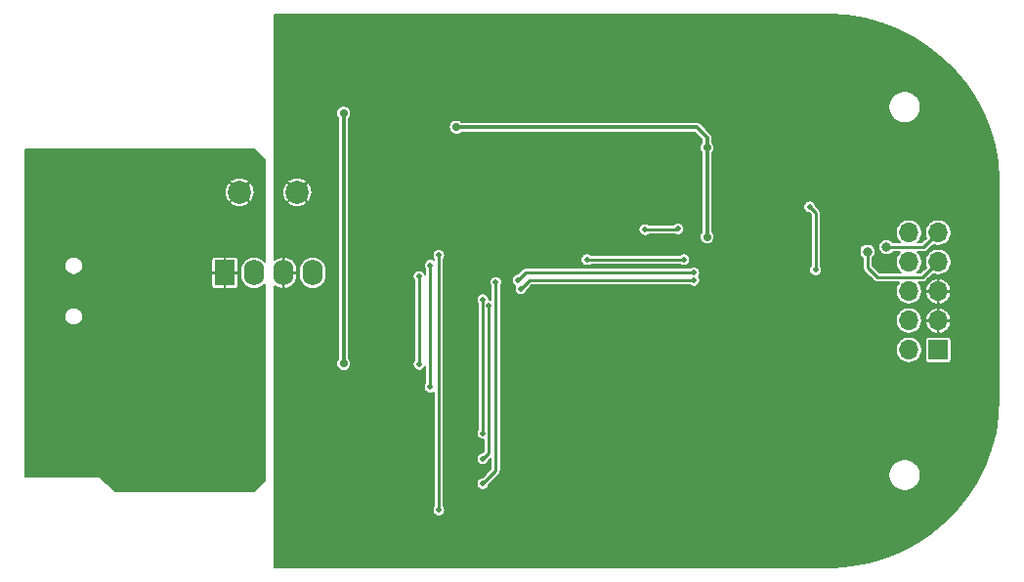
<source format=gbr>
G04 #@! TF.GenerationSoftware,KiCad,Pcbnew,(5.1.6)-1*
G04 #@! TF.CreationDate,2020-08-11T14:22:33+03:00*
G04 #@! TF.ProjectId,Black Magic Probe V2.0,426c6163-6b20-44d6-9167-69632050726f,rev?*
G04 #@! TF.SameCoordinates,Original*
G04 #@! TF.FileFunction,Copper,L2,Bot*
G04 #@! TF.FilePolarity,Positive*
%FSLAX46Y46*%
G04 Gerber Fmt 4.6, Leading zero omitted, Abs format (unit mm)*
G04 Created by KiCad (PCBNEW (5.1.6)-1) date 2020-08-11 14:22:33*
%MOMM*%
%LPD*%
G01*
G04 APERTURE LIST*
G04 #@! TA.AperFunction,ComponentPad*
%ADD10O,1.700000X1.700000*%
G04 #@! TD*
G04 #@! TA.AperFunction,ComponentPad*
%ADD11R,1.700000X1.700000*%
G04 #@! TD*
G04 #@! TA.AperFunction,ComponentPad*
%ADD12C,2.000000*%
G04 #@! TD*
G04 #@! TA.AperFunction,ComponentPad*
%ADD13R,1.750000X2.250000*%
G04 #@! TD*
G04 #@! TA.AperFunction,ComponentPad*
%ADD14O,1.750000X2.250000*%
G04 #@! TD*
G04 #@! TA.AperFunction,ViaPad*
%ADD15C,0.500000*%
G04 #@! TD*
G04 #@! TA.AperFunction,ViaPad*
%ADD16C,0.700000*%
G04 #@! TD*
G04 #@! TA.AperFunction,ViaPad*
%ADD17C,0.800000*%
G04 #@! TD*
G04 #@! TA.AperFunction,Conductor*
%ADD18C,0.350000*%
G04 #@! TD*
G04 #@! TA.AperFunction,Conductor*
%ADD19C,0.250000*%
G04 #@! TD*
G04 #@! TA.AperFunction,Conductor*
%ADD20C,0.200000*%
G04 #@! TD*
G04 APERTURE END LIST*
D10*
X184360000Y-94940000D03*
X186900000Y-94940000D03*
X184360000Y-97480000D03*
X186900000Y-97480000D03*
X184360000Y-100020000D03*
X186900000Y-100020000D03*
X184360000Y-102560000D03*
X186900000Y-102560000D03*
X184360000Y-105100000D03*
D11*
X186900000Y-105100000D03*
D12*
X131365000Y-91440000D03*
X126365000Y-91440000D03*
D13*
X125095000Y-98425000D03*
D14*
X127635000Y-98425000D03*
X130175000Y-98425000D03*
X132715000Y-98425000D03*
D15*
X114173000Y-105029000D03*
X115062000Y-105029000D03*
X115062000Y-103886000D03*
X114173000Y-103886000D03*
X108712000Y-105029000D03*
X109601000Y-105029000D03*
X109601000Y-103886000D03*
X108712000Y-103886000D03*
X114173000Y-96012000D03*
X115062000Y-96012000D03*
X115062000Y-94996000D03*
X114173000Y-94996000D03*
X108712000Y-96012000D03*
X109601000Y-96012000D03*
X109601000Y-94996000D03*
X108712000Y-94996000D03*
D16*
X135382000Y-84582000D03*
X135382000Y-106299000D03*
D15*
X129794000Y-101473000D03*
X135382000Y-107569000D03*
X140843000Y-106299000D03*
X136398000Y-98171000D03*
X136398000Y-94107000D03*
X151765000Y-111125000D03*
X151892000Y-106299000D03*
X151638000Y-101219000D03*
X147447000Y-98552000D03*
X150495000Y-97409000D03*
X143637000Y-95123000D03*
X156464000Y-95885000D03*
X166116000Y-105156000D03*
X174752000Y-88646000D03*
X158750000Y-83566000D03*
X143637000Y-81534000D03*
X137668000Y-91059000D03*
X137668000Y-87376000D03*
X142875000Y-89789000D03*
X131572000Y-83566000D03*
X135382000Y-115189000D03*
X136144000Y-113411000D03*
X136144000Y-110363000D03*
X157734000Y-114554000D03*
X131318000Y-103759000D03*
X158432500Y-104902000D03*
X161671000Y-102298500D03*
X171259500Y-96139000D03*
X174752000Y-90741500D03*
X165862000Y-97155000D03*
X145415000Y-108331000D03*
X142875000Y-108331000D03*
X142902500Y-97762500D03*
X176276000Y-98171000D03*
X175768000Y-92710000D03*
D16*
X166878000Y-87566500D03*
X166878000Y-95313500D03*
X145163500Y-85791000D03*
D15*
X143637000Y-96901000D03*
X143637000Y-118999000D03*
X147447000Y-116713000D03*
X148578010Y-99262490D03*
X147447000Y-112331500D03*
X147447000Y-100757490D03*
X147972000Y-101282500D03*
X147447000Y-114554000D03*
X165735000Y-99075003D03*
X150749000Y-99822000D03*
X141922500Y-106362500D03*
X141922500Y-98742500D03*
X150495000Y-99060000D03*
X165735000Y-98425000D03*
D17*
X180778000Y-96590000D03*
X182430142Y-96197142D03*
D15*
X161490268Y-94668732D03*
X164338000Y-94615000D03*
X156464000Y-97282000D03*
X164863000Y-97282000D03*
X114427000Y-113665000D03*
X126238000Y-115189000D03*
X127127000Y-102108000D03*
X121158000Y-100838000D03*
X119507000Y-107696000D03*
X118237000Y-110998000D03*
X126238000Y-107569000D03*
D18*
X135382000Y-84582000D02*
X135382000Y-106299000D01*
D19*
X142875000Y-97790000D02*
X142902500Y-97762500D01*
X142875000Y-108331000D02*
X142875000Y-97790000D01*
X176276000Y-98171000D02*
X176276000Y-93218000D01*
X176276000Y-93218000D02*
X175768000Y-92710000D01*
D18*
X166878000Y-87566500D02*
X166878000Y-95313500D01*
X166878000Y-87566500D02*
X166878000Y-86677500D01*
X165991500Y-85791000D02*
X145163500Y-85791000D01*
X166878000Y-86677500D02*
X165991500Y-85791000D01*
D19*
X143637000Y-96901000D02*
X143637000Y-118999000D01*
X148578010Y-115581990D02*
X148578010Y-99262490D01*
X147447000Y-116713000D02*
X148578010Y-115581990D01*
X147447000Y-112331500D02*
X147447000Y-100757490D01*
X147972000Y-101282500D02*
X147972000Y-114029000D01*
X147972000Y-114029000D02*
X147447000Y-114554000D01*
X165735000Y-99075003D02*
X151495997Y-99075003D01*
X151495997Y-99075003D02*
X150749000Y-99822000D01*
X141922500Y-106362500D02*
X141922500Y-98742500D01*
X150495000Y-99060000D02*
X151130000Y-98425000D01*
X151130000Y-98425000D02*
X165735000Y-98425000D01*
X181610000Y-98806000D02*
X180778000Y-97974000D01*
X186900000Y-97480000D02*
X185574000Y-98806000D01*
X180778000Y-97974000D02*
X180778000Y-96590000D01*
X185574000Y-98806000D02*
X181610000Y-98806000D01*
X185642858Y-96197142D02*
X186900000Y-94940000D01*
X182430142Y-96197142D02*
X185642858Y-96197142D01*
X161490268Y-94668732D02*
X164284268Y-94668732D01*
X164284268Y-94668732D02*
X164338000Y-94615000D01*
X156464000Y-97282000D02*
X164863000Y-97282000D01*
D20*
G36*
X179008430Y-76153165D02*
G01*
X180500893Y-76385544D01*
X181961559Y-76770105D01*
X183374946Y-77302770D01*
X184726100Y-77977904D01*
X186000699Y-78788349D01*
X187185244Y-79725527D01*
X188267169Y-80779491D01*
X189235024Y-81939088D01*
X190078561Y-83192039D01*
X190788833Y-84525059D01*
X191358318Y-85924028D01*
X191780979Y-87374114D01*
X192052347Y-88859985D01*
X192170025Y-90372095D01*
X192175001Y-90752191D01*
X192175000Y-109241638D01*
X192096835Y-110758431D01*
X191864456Y-112250893D01*
X191479897Y-113711551D01*
X190947230Y-115124946D01*
X190272096Y-116476100D01*
X189461646Y-117750706D01*
X188524478Y-118935239D01*
X187470509Y-120017169D01*
X186310911Y-120985025D01*
X185057961Y-121828561D01*
X183724937Y-122538834D01*
X182325975Y-123108317D01*
X180875886Y-123530979D01*
X179390015Y-123802347D01*
X177877904Y-123920025D01*
X177497885Y-123925000D01*
X129386000Y-123925000D01*
X129386000Y-99542520D01*
X129542992Y-99665866D01*
X129748444Y-99770125D01*
X129966539Y-99831360D01*
X130150000Y-99774716D01*
X130150000Y-98450000D01*
X130200000Y-98450000D01*
X130200000Y-99774716D01*
X130383461Y-99831360D01*
X130601556Y-99770125D01*
X130807008Y-99665866D01*
X130988172Y-99523528D01*
X131138087Y-99348582D01*
X131250991Y-99147750D01*
X131322545Y-98928751D01*
X131350000Y-98700000D01*
X131350000Y-98450000D01*
X130200000Y-98450000D01*
X130150000Y-98450000D01*
X130130000Y-98450000D01*
X130130000Y-98400000D01*
X130150000Y-98400000D01*
X130150000Y-97075284D01*
X130200000Y-97075284D01*
X130200000Y-98400000D01*
X131350000Y-98400000D01*
X131350000Y-98150000D01*
X131346074Y-98117281D01*
X131540000Y-98117281D01*
X131540000Y-98732720D01*
X131557002Y-98905340D01*
X131624189Y-99126829D01*
X131733297Y-99330953D01*
X131880131Y-99509870D01*
X132059048Y-99656704D01*
X132263172Y-99765811D01*
X132484661Y-99832998D01*
X132715000Y-99855685D01*
X132945340Y-99832998D01*
X133166829Y-99765811D01*
X133370953Y-99656704D01*
X133549870Y-99509870D01*
X133696704Y-99330953D01*
X133805811Y-99126828D01*
X133872998Y-98905339D01*
X133890000Y-98732719D01*
X133890000Y-98117280D01*
X133872998Y-97944660D01*
X133805811Y-97723171D01*
X133696704Y-97519047D01*
X133549870Y-97340130D01*
X133370952Y-97193296D01*
X133166828Y-97084189D01*
X132945339Y-97017002D01*
X132715000Y-96994315D01*
X132484660Y-97017002D01*
X132263171Y-97084189D01*
X132059047Y-97193296D01*
X131880130Y-97340130D01*
X131733296Y-97519048D01*
X131624189Y-97723172D01*
X131557002Y-97944661D01*
X131540000Y-98117281D01*
X131346074Y-98117281D01*
X131322545Y-97921249D01*
X131250991Y-97702250D01*
X131138087Y-97501418D01*
X130988172Y-97326472D01*
X130807008Y-97184134D01*
X130601556Y-97079875D01*
X130383461Y-97018640D01*
X130200000Y-97075284D01*
X130150000Y-97075284D01*
X129966539Y-97018640D01*
X129748444Y-97079875D01*
X129542992Y-97184134D01*
X129386000Y-97307480D01*
X129386000Y-92328152D01*
X130512204Y-92328152D01*
X130617549Y-92511312D01*
X130840914Y-92636548D01*
X131084419Y-92715800D01*
X131338706Y-92746025D01*
X131594004Y-92726060D01*
X131840502Y-92656673D01*
X132068726Y-92540529D01*
X132112451Y-92511312D01*
X132217796Y-92328152D01*
X131365000Y-91475355D01*
X130512204Y-92328152D01*
X129386000Y-92328152D01*
X129386000Y-91413706D01*
X130058975Y-91413706D01*
X130078940Y-91669004D01*
X130148327Y-91915502D01*
X130264471Y-92143726D01*
X130293688Y-92187451D01*
X130476848Y-92292796D01*
X131329645Y-91440000D01*
X131400355Y-91440000D01*
X132253152Y-92292796D01*
X132436312Y-92187451D01*
X132561548Y-91964086D01*
X132640800Y-91720581D01*
X132671025Y-91466294D01*
X132651060Y-91210996D01*
X132581673Y-90964498D01*
X132465529Y-90736274D01*
X132436312Y-90692549D01*
X132253152Y-90587204D01*
X131400355Y-91440000D01*
X131329645Y-91440000D01*
X130476848Y-90587204D01*
X130293688Y-90692549D01*
X130168452Y-90915914D01*
X130089200Y-91159419D01*
X130058975Y-91413706D01*
X129386000Y-91413706D01*
X129386000Y-90551848D01*
X130512204Y-90551848D01*
X131365000Y-91404645D01*
X132217796Y-90551848D01*
X132112451Y-90368688D01*
X131889086Y-90243452D01*
X131645581Y-90164200D01*
X131391294Y-90133975D01*
X131135996Y-90153940D01*
X130889498Y-90223327D01*
X130661274Y-90339471D01*
X130617549Y-90368688D01*
X130512204Y-90551848D01*
X129386000Y-90551848D01*
X129386000Y-84517981D01*
X134732000Y-84517981D01*
X134732000Y-84646019D01*
X134756979Y-84771598D01*
X134805978Y-84889890D01*
X134877112Y-84996351D01*
X134907000Y-85026239D01*
X134907001Y-105854760D01*
X134877112Y-105884649D01*
X134805978Y-105991110D01*
X134756979Y-106109402D01*
X134732000Y-106234981D01*
X134732000Y-106363019D01*
X134756979Y-106488598D01*
X134805978Y-106606890D01*
X134877112Y-106713351D01*
X134967649Y-106803888D01*
X135074110Y-106875022D01*
X135192402Y-106924021D01*
X135317981Y-106949000D01*
X135446019Y-106949000D01*
X135571598Y-106924021D01*
X135689890Y-106875022D01*
X135796351Y-106803888D01*
X135886888Y-106713351D01*
X135958022Y-106606890D01*
X136007021Y-106488598D01*
X136032000Y-106363019D01*
X136032000Y-106234981D01*
X136007021Y-106109402D01*
X135958022Y-105991110D01*
X135886888Y-105884649D01*
X135857000Y-105854761D01*
X135857000Y-98688330D01*
X141372500Y-98688330D01*
X141372500Y-98796670D01*
X141393636Y-98902929D01*
X141435097Y-99003023D01*
X141495287Y-99093104D01*
X141497501Y-99095318D01*
X141497500Y-106009683D01*
X141495287Y-106011896D01*
X141435097Y-106101977D01*
X141393636Y-106202071D01*
X141372500Y-106308330D01*
X141372500Y-106416670D01*
X141393636Y-106522929D01*
X141435097Y-106623023D01*
X141495287Y-106713104D01*
X141571896Y-106789713D01*
X141661977Y-106849903D01*
X141762071Y-106891364D01*
X141868330Y-106912500D01*
X141976670Y-106912500D01*
X142082929Y-106891364D01*
X142183023Y-106849903D01*
X142273104Y-106789713D01*
X142349713Y-106713104D01*
X142409903Y-106623023D01*
X142450000Y-106526222D01*
X142450000Y-107978183D01*
X142447787Y-107980396D01*
X142387597Y-108070477D01*
X142346136Y-108170571D01*
X142325000Y-108276830D01*
X142325000Y-108385170D01*
X142346136Y-108491429D01*
X142387597Y-108591523D01*
X142447787Y-108681604D01*
X142524396Y-108758213D01*
X142614477Y-108818403D01*
X142714571Y-108859864D01*
X142820830Y-108881000D01*
X142929170Y-108881000D01*
X143035429Y-108859864D01*
X143135523Y-108818403D01*
X143212001Y-108767303D01*
X143212001Y-118646182D01*
X143209787Y-118648396D01*
X143149597Y-118738477D01*
X143108136Y-118838571D01*
X143087000Y-118944830D01*
X143087000Y-119053170D01*
X143108136Y-119159429D01*
X143149597Y-119259523D01*
X143209787Y-119349604D01*
X143286396Y-119426213D01*
X143376477Y-119486403D01*
X143476571Y-119527864D01*
X143582830Y-119549000D01*
X143691170Y-119549000D01*
X143797429Y-119527864D01*
X143897523Y-119486403D01*
X143987604Y-119426213D01*
X144064213Y-119349604D01*
X144124403Y-119259523D01*
X144165864Y-119159429D01*
X144187000Y-119053170D01*
X144187000Y-118944830D01*
X144165864Y-118838571D01*
X144124403Y-118738477D01*
X144064213Y-118648396D01*
X144062000Y-118646183D01*
X144062000Y-100703320D01*
X146897000Y-100703320D01*
X146897000Y-100811660D01*
X146918136Y-100917919D01*
X146959597Y-101018013D01*
X147019787Y-101108094D01*
X147022001Y-101110308D01*
X147022000Y-111978683D01*
X147019787Y-111980896D01*
X146959597Y-112070977D01*
X146918136Y-112171071D01*
X146897000Y-112277330D01*
X146897000Y-112385670D01*
X146918136Y-112491929D01*
X146959597Y-112592023D01*
X147019787Y-112682104D01*
X147096396Y-112758713D01*
X147186477Y-112818903D01*
X147286571Y-112860364D01*
X147392830Y-112881500D01*
X147501170Y-112881500D01*
X147547001Y-112872384D01*
X147547001Y-113852958D01*
X147395960Y-114004000D01*
X147392830Y-114004000D01*
X147286571Y-114025136D01*
X147186477Y-114066597D01*
X147096396Y-114126787D01*
X147019787Y-114203396D01*
X146959597Y-114293477D01*
X146918136Y-114393571D01*
X146897000Y-114499830D01*
X146897000Y-114608170D01*
X146918136Y-114714429D01*
X146959597Y-114814523D01*
X147019787Y-114904604D01*
X147096396Y-114981213D01*
X147186477Y-115041403D01*
X147286571Y-115082864D01*
X147392830Y-115104000D01*
X147501170Y-115104000D01*
X147607429Y-115082864D01*
X147707523Y-115041403D01*
X147797604Y-114981213D01*
X147874213Y-114904604D01*
X147934403Y-114814523D01*
X147975864Y-114714429D01*
X147997000Y-114608170D01*
X147997000Y-114605040D01*
X148153010Y-114449031D01*
X148153010Y-115405949D01*
X147395960Y-116163000D01*
X147392830Y-116163000D01*
X147286571Y-116184136D01*
X147186477Y-116225597D01*
X147096396Y-116285787D01*
X147019787Y-116362396D01*
X146959597Y-116452477D01*
X146918136Y-116552571D01*
X146897000Y-116658830D01*
X146897000Y-116767170D01*
X146918136Y-116873429D01*
X146959597Y-116973523D01*
X147019787Y-117063604D01*
X147096396Y-117140213D01*
X147186477Y-117200403D01*
X147286571Y-117241864D01*
X147392830Y-117263000D01*
X147501170Y-117263000D01*
X147607429Y-117241864D01*
X147707523Y-117200403D01*
X147797604Y-117140213D01*
X147874213Y-117063604D01*
X147934403Y-116973523D01*
X147975864Y-116873429D01*
X147997000Y-116767170D01*
X147997000Y-116764040D01*
X148863773Y-115897268D01*
X148879984Y-115883964D01*
X148933094Y-115819250D01*
X148936909Y-115812112D01*
X182600000Y-115812112D01*
X182600000Y-116087888D01*
X182653801Y-116358365D01*
X182759336Y-116613149D01*
X182912549Y-116842448D01*
X183107552Y-117037451D01*
X183336851Y-117190664D01*
X183591635Y-117296199D01*
X183862112Y-117350000D01*
X184137888Y-117350000D01*
X184408365Y-117296199D01*
X184663149Y-117190664D01*
X184892448Y-117037451D01*
X185087451Y-116842448D01*
X185240664Y-116613149D01*
X185346199Y-116358365D01*
X185400000Y-116087888D01*
X185400000Y-115812112D01*
X185346199Y-115541635D01*
X185240664Y-115286851D01*
X185087451Y-115057552D01*
X184892448Y-114862549D01*
X184663149Y-114709336D01*
X184408365Y-114603801D01*
X184137888Y-114550000D01*
X183862112Y-114550000D01*
X183591635Y-114603801D01*
X183336851Y-114709336D01*
X183107552Y-114862549D01*
X182912549Y-115057552D01*
X182759336Y-115286851D01*
X182653801Y-115541635D01*
X182600000Y-115812112D01*
X148936909Y-115812112D01*
X148958811Y-115771135D01*
X148972558Y-115745418D01*
X148996860Y-115665304D01*
X148996860Y-115665303D01*
X149003010Y-115602864D01*
X149003010Y-115602857D01*
X149005065Y-115581990D01*
X149003010Y-115561123D01*
X149003010Y-104986735D01*
X183210000Y-104986735D01*
X183210000Y-105213265D01*
X183254194Y-105435443D01*
X183340884Y-105644729D01*
X183466737Y-105833082D01*
X183626918Y-105993263D01*
X183815271Y-106119116D01*
X184024557Y-106205806D01*
X184246735Y-106250000D01*
X184473265Y-106250000D01*
X184695443Y-106205806D01*
X184904729Y-106119116D01*
X185093082Y-105993263D01*
X185253263Y-105833082D01*
X185379116Y-105644729D01*
X185465806Y-105435443D01*
X185510000Y-105213265D01*
X185510000Y-104986735D01*
X185465806Y-104764557D01*
X185379116Y-104555271D01*
X185253263Y-104366918D01*
X185136345Y-104250000D01*
X185748549Y-104250000D01*
X185748549Y-105950000D01*
X185754341Y-106008810D01*
X185771496Y-106065360D01*
X185799353Y-106117477D01*
X185836842Y-106163158D01*
X185882523Y-106200647D01*
X185934640Y-106228504D01*
X185991190Y-106245659D01*
X186050000Y-106251451D01*
X187750000Y-106251451D01*
X187808810Y-106245659D01*
X187865360Y-106228504D01*
X187917477Y-106200647D01*
X187963158Y-106163158D01*
X188000647Y-106117477D01*
X188028504Y-106065360D01*
X188045659Y-106008810D01*
X188051451Y-105950000D01*
X188051451Y-104250000D01*
X188045659Y-104191190D01*
X188028504Y-104134640D01*
X188000647Y-104082523D01*
X187963158Y-104036842D01*
X187917477Y-103999353D01*
X187865360Y-103971496D01*
X187808810Y-103954341D01*
X187750000Y-103948549D01*
X186050000Y-103948549D01*
X185991190Y-103954341D01*
X185934640Y-103971496D01*
X185882523Y-103999353D01*
X185836842Y-104036842D01*
X185799353Y-104082523D01*
X185771496Y-104134640D01*
X185754341Y-104191190D01*
X185748549Y-104250000D01*
X185136345Y-104250000D01*
X185093082Y-104206737D01*
X184904729Y-104080884D01*
X184695443Y-103994194D01*
X184473265Y-103950000D01*
X184246735Y-103950000D01*
X184024557Y-103994194D01*
X183815271Y-104080884D01*
X183626918Y-104206737D01*
X183466737Y-104366918D01*
X183340884Y-104555271D01*
X183254194Y-104764557D01*
X183210000Y-104986735D01*
X149003010Y-104986735D01*
X149003010Y-102446735D01*
X183210000Y-102446735D01*
X183210000Y-102673265D01*
X183254194Y-102895443D01*
X183340884Y-103104729D01*
X183466737Y-103293082D01*
X183626918Y-103453263D01*
X183815271Y-103579116D01*
X184024557Y-103665806D01*
X184246735Y-103710000D01*
X184473265Y-103710000D01*
X184695443Y-103665806D01*
X184904729Y-103579116D01*
X185093082Y-103453263D01*
X185253263Y-103293082D01*
X185379116Y-103104729D01*
X185465806Y-102895443D01*
X185491842Y-102764549D01*
X185768338Y-102764549D01*
X185776203Y-102804091D01*
X185845416Y-103018643D01*
X185955156Y-103215569D01*
X186101206Y-103387302D01*
X186277953Y-103527243D01*
X186478605Y-103630013D01*
X186695451Y-103691663D01*
X186875000Y-103634729D01*
X186875000Y-102585000D01*
X186925000Y-102585000D01*
X186925000Y-103634729D01*
X187104549Y-103691663D01*
X187321395Y-103630013D01*
X187522047Y-103527243D01*
X187698794Y-103387302D01*
X187844844Y-103215569D01*
X187954584Y-103018643D01*
X188023797Y-102804091D01*
X188031662Y-102764549D01*
X187974709Y-102585000D01*
X186925000Y-102585000D01*
X186875000Y-102585000D01*
X185825291Y-102585000D01*
X185768338Y-102764549D01*
X185491842Y-102764549D01*
X185510000Y-102673265D01*
X185510000Y-102446735D01*
X185491843Y-102355451D01*
X185768338Y-102355451D01*
X185825291Y-102535000D01*
X186875000Y-102535000D01*
X186875000Y-101485271D01*
X186925000Y-101485271D01*
X186925000Y-102535000D01*
X187974709Y-102535000D01*
X188031662Y-102355451D01*
X188023797Y-102315909D01*
X187954584Y-102101357D01*
X187844844Y-101904431D01*
X187698794Y-101732698D01*
X187522047Y-101592757D01*
X187321395Y-101489987D01*
X187104549Y-101428337D01*
X186925000Y-101485271D01*
X186875000Y-101485271D01*
X186695451Y-101428337D01*
X186478605Y-101489987D01*
X186277953Y-101592757D01*
X186101206Y-101732698D01*
X185955156Y-101904431D01*
X185845416Y-102101357D01*
X185776203Y-102315909D01*
X185768338Y-102355451D01*
X185491843Y-102355451D01*
X185465806Y-102224557D01*
X185379116Y-102015271D01*
X185253263Y-101826918D01*
X185093082Y-101666737D01*
X184904729Y-101540884D01*
X184695443Y-101454194D01*
X184473265Y-101410000D01*
X184246735Y-101410000D01*
X184024557Y-101454194D01*
X183815271Y-101540884D01*
X183626918Y-101666737D01*
X183466737Y-101826918D01*
X183340884Y-102015271D01*
X183254194Y-102224557D01*
X183210000Y-102446735D01*
X149003010Y-102446735D01*
X149003010Y-99615307D01*
X149005223Y-99613094D01*
X149065413Y-99523013D01*
X149106874Y-99422919D01*
X149128010Y-99316660D01*
X149128010Y-99208320D01*
X149106874Y-99102061D01*
X149067014Y-99005830D01*
X149945000Y-99005830D01*
X149945000Y-99114170D01*
X149966136Y-99220429D01*
X150007597Y-99320523D01*
X150067787Y-99410604D01*
X150144396Y-99487213D01*
X150234477Y-99547403D01*
X150263083Y-99559252D01*
X150261597Y-99561477D01*
X150220136Y-99661571D01*
X150199000Y-99767830D01*
X150199000Y-99876170D01*
X150220136Y-99982429D01*
X150261597Y-100082523D01*
X150321787Y-100172604D01*
X150398396Y-100249213D01*
X150488477Y-100309403D01*
X150588571Y-100350864D01*
X150694830Y-100372000D01*
X150803170Y-100372000D01*
X150909429Y-100350864D01*
X151009523Y-100309403D01*
X151099604Y-100249213D01*
X151176213Y-100172604D01*
X151236403Y-100082523D01*
X151277864Y-99982429D01*
X151299000Y-99876170D01*
X151299000Y-99873040D01*
X151672038Y-99500003D01*
X165382183Y-99500003D01*
X165384396Y-99502216D01*
X165474477Y-99562406D01*
X165574571Y-99603867D01*
X165680830Y-99625003D01*
X165789170Y-99625003D01*
X165895429Y-99603867D01*
X165995523Y-99562406D01*
X166085604Y-99502216D01*
X166162213Y-99425607D01*
X166222403Y-99335526D01*
X166263864Y-99235432D01*
X166285000Y-99129173D01*
X166285000Y-99020833D01*
X166263864Y-98914574D01*
X166222403Y-98814480D01*
X166179320Y-98750002D01*
X166222403Y-98685523D01*
X166263864Y-98585429D01*
X166285000Y-98479170D01*
X166285000Y-98370830D01*
X166263864Y-98264571D01*
X166222403Y-98164477D01*
X166162213Y-98074396D01*
X166085604Y-97997787D01*
X165995523Y-97937597D01*
X165895429Y-97896136D01*
X165789170Y-97875000D01*
X165680830Y-97875000D01*
X165574571Y-97896136D01*
X165474477Y-97937597D01*
X165384396Y-97997787D01*
X165382183Y-98000000D01*
X151150874Y-98000000D01*
X151130000Y-97997944D01*
X151109126Y-98000000D01*
X151046686Y-98006150D01*
X150966573Y-98030452D01*
X150892740Y-98069916D01*
X150828026Y-98123026D01*
X150814716Y-98139244D01*
X150443960Y-98510000D01*
X150440830Y-98510000D01*
X150334571Y-98531136D01*
X150234477Y-98572597D01*
X150144396Y-98632787D01*
X150067787Y-98709396D01*
X150007597Y-98799477D01*
X149966136Y-98899571D01*
X149945000Y-99005830D01*
X149067014Y-99005830D01*
X149065413Y-99001967D01*
X149005223Y-98911886D01*
X148928614Y-98835277D01*
X148838533Y-98775087D01*
X148738439Y-98733626D01*
X148632180Y-98712490D01*
X148523840Y-98712490D01*
X148417581Y-98733626D01*
X148317487Y-98775087D01*
X148227406Y-98835277D01*
X148150797Y-98911886D01*
X148090607Y-99001967D01*
X148049146Y-99102061D01*
X148028010Y-99208320D01*
X148028010Y-99316660D01*
X148049146Y-99422919D01*
X148090607Y-99523013D01*
X148150797Y-99613094D01*
X148153011Y-99615308D01*
X148153011Y-100762161D01*
X148132429Y-100753636D01*
X148026170Y-100732500D01*
X147997000Y-100732500D01*
X147997000Y-100703320D01*
X147975864Y-100597061D01*
X147934403Y-100496967D01*
X147874213Y-100406886D01*
X147797604Y-100330277D01*
X147707523Y-100270087D01*
X147607429Y-100228626D01*
X147501170Y-100207490D01*
X147392830Y-100207490D01*
X147286571Y-100228626D01*
X147186477Y-100270087D01*
X147096396Y-100330277D01*
X147019787Y-100406886D01*
X146959597Y-100496967D01*
X146918136Y-100597061D01*
X146897000Y-100703320D01*
X144062000Y-100703320D01*
X144062000Y-97253817D01*
X144064213Y-97251604D01*
X144080098Y-97227830D01*
X155914000Y-97227830D01*
X155914000Y-97336170D01*
X155935136Y-97442429D01*
X155976597Y-97542523D01*
X156036787Y-97632604D01*
X156113396Y-97709213D01*
X156203477Y-97769403D01*
X156303571Y-97810864D01*
X156409830Y-97832000D01*
X156518170Y-97832000D01*
X156624429Y-97810864D01*
X156724523Y-97769403D01*
X156814604Y-97709213D01*
X156816817Y-97707000D01*
X164510183Y-97707000D01*
X164512396Y-97709213D01*
X164602477Y-97769403D01*
X164702571Y-97810864D01*
X164808830Y-97832000D01*
X164917170Y-97832000D01*
X165023429Y-97810864D01*
X165123523Y-97769403D01*
X165213604Y-97709213D01*
X165290213Y-97632604D01*
X165350403Y-97542523D01*
X165391864Y-97442429D01*
X165413000Y-97336170D01*
X165413000Y-97227830D01*
X165391864Y-97121571D01*
X165350403Y-97021477D01*
X165290213Y-96931396D01*
X165213604Y-96854787D01*
X165123523Y-96794597D01*
X165023429Y-96753136D01*
X164917170Y-96732000D01*
X164808830Y-96732000D01*
X164702571Y-96753136D01*
X164602477Y-96794597D01*
X164512396Y-96854787D01*
X164510183Y-96857000D01*
X156816817Y-96857000D01*
X156814604Y-96854787D01*
X156724523Y-96794597D01*
X156624429Y-96753136D01*
X156518170Y-96732000D01*
X156409830Y-96732000D01*
X156303571Y-96753136D01*
X156203477Y-96794597D01*
X156113396Y-96854787D01*
X156036787Y-96931396D01*
X155976597Y-97021477D01*
X155935136Y-97121571D01*
X155914000Y-97227830D01*
X144080098Y-97227830D01*
X144124403Y-97161523D01*
X144165864Y-97061429D01*
X144187000Y-96955170D01*
X144187000Y-96846830D01*
X144165864Y-96740571D01*
X144124403Y-96640477D01*
X144064213Y-96550396D01*
X143987604Y-96473787D01*
X143897523Y-96413597D01*
X143797429Y-96372136D01*
X143691170Y-96351000D01*
X143582830Y-96351000D01*
X143476571Y-96372136D01*
X143376477Y-96413597D01*
X143286396Y-96473787D01*
X143209787Y-96550396D01*
X143149597Y-96640477D01*
X143108136Y-96740571D01*
X143087000Y-96846830D01*
X143087000Y-96955170D01*
X143108136Y-97061429D01*
X143149597Y-97161523D01*
X143209787Y-97251604D01*
X143212000Y-97253817D01*
X143212000Y-97307822D01*
X143163023Y-97275097D01*
X143062929Y-97233636D01*
X142956670Y-97212500D01*
X142848330Y-97212500D01*
X142742071Y-97233636D01*
X142641977Y-97275097D01*
X142551896Y-97335287D01*
X142475287Y-97411896D01*
X142415097Y-97501977D01*
X142373636Y-97602071D01*
X142352500Y-97708330D01*
X142352500Y-97816670D01*
X142373636Y-97922929D01*
X142415097Y-98023023D01*
X142450001Y-98075261D01*
X142450001Y-98578780D01*
X142409903Y-98481977D01*
X142349713Y-98391896D01*
X142273104Y-98315287D01*
X142183023Y-98255097D01*
X142082929Y-98213636D01*
X141976670Y-98192500D01*
X141868330Y-98192500D01*
X141762071Y-98213636D01*
X141661977Y-98255097D01*
X141571896Y-98315287D01*
X141495287Y-98391896D01*
X141435097Y-98481977D01*
X141393636Y-98582071D01*
X141372500Y-98688330D01*
X135857000Y-98688330D01*
X135857000Y-94614562D01*
X160940268Y-94614562D01*
X160940268Y-94722902D01*
X160961404Y-94829161D01*
X161002865Y-94929255D01*
X161063055Y-95019336D01*
X161139664Y-95095945D01*
X161229745Y-95156135D01*
X161329839Y-95197596D01*
X161436098Y-95218732D01*
X161544438Y-95218732D01*
X161650697Y-95197596D01*
X161750791Y-95156135D01*
X161840872Y-95095945D01*
X161843085Y-95093732D01*
X164064500Y-95093732D01*
X164077477Y-95102403D01*
X164177571Y-95143864D01*
X164283830Y-95165000D01*
X164392170Y-95165000D01*
X164498429Y-95143864D01*
X164598523Y-95102403D01*
X164688604Y-95042213D01*
X164765213Y-94965604D01*
X164825403Y-94875523D01*
X164866864Y-94775429D01*
X164888000Y-94669170D01*
X164888000Y-94560830D01*
X164866864Y-94454571D01*
X164825403Y-94354477D01*
X164765213Y-94264396D01*
X164688604Y-94187787D01*
X164598523Y-94127597D01*
X164498429Y-94086136D01*
X164392170Y-94065000D01*
X164283830Y-94065000D01*
X164177571Y-94086136D01*
X164077477Y-94127597D01*
X163987396Y-94187787D01*
X163931451Y-94243732D01*
X161843085Y-94243732D01*
X161840872Y-94241519D01*
X161750791Y-94181329D01*
X161650697Y-94139868D01*
X161544438Y-94118732D01*
X161436098Y-94118732D01*
X161329839Y-94139868D01*
X161229745Y-94181329D01*
X161139664Y-94241519D01*
X161063055Y-94318128D01*
X161002865Y-94408209D01*
X160961404Y-94508303D01*
X160940268Y-94614562D01*
X135857000Y-94614562D01*
X135857000Y-85726981D01*
X144513500Y-85726981D01*
X144513500Y-85855019D01*
X144538479Y-85980598D01*
X144587478Y-86098890D01*
X144658612Y-86205351D01*
X144749149Y-86295888D01*
X144855610Y-86367022D01*
X144973902Y-86416021D01*
X145099481Y-86441000D01*
X145227519Y-86441000D01*
X145353098Y-86416021D01*
X145471390Y-86367022D01*
X145577851Y-86295888D01*
X145607739Y-86266000D01*
X165794750Y-86266000D01*
X166403001Y-86874252D01*
X166403000Y-87122261D01*
X166373112Y-87152149D01*
X166301978Y-87258610D01*
X166252979Y-87376902D01*
X166228000Y-87502481D01*
X166228000Y-87630519D01*
X166252979Y-87756098D01*
X166301978Y-87874390D01*
X166373112Y-87980851D01*
X166403000Y-88010739D01*
X166403001Y-94869260D01*
X166373112Y-94899149D01*
X166301978Y-95005610D01*
X166252979Y-95123902D01*
X166228000Y-95249481D01*
X166228000Y-95377519D01*
X166252979Y-95503098D01*
X166301978Y-95621390D01*
X166373112Y-95727851D01*
X166463649Y-95818388D01*
X166570110Y-95889522D01*
X166688402Y-95938521D01*
X166813981Y-95963500D01*
X166942019Y-95963500D01*
X167067598Y-95938521D01*
X167185890Y-95889522D01*
X167292351Y-95818388D01*
X167382888Y-95727851D01*
X167454022Y-95621390D01*
X167503021Y-95503098D01*
X167528000Y-95377519D01*
X167528000Y-95249481D01*
X167503021Y-95123902D01*
X167454022Y-95005610D01*
X167382888Y-94899149D01*
X167353000Y-94869261D01*
X167353000Y-92655830D01*
X175218000Y-92655830D01*
X175218000Y-92764170D01*
X175239136Y-92870429D01*
X175280597Y-92970523D01*
X175340787Y-93060604D01*
X175417396Y-93137213D01*
X175507477Y-93197403D01*
X175607571Y-93238864D01*
X175713830Y-93260000D01*
X175716960Y-93260000D01*
X175851001Y-93394042D01*
X175851000Y-97818183D01*
X175848787Y-97820396D01*
X175788597Y-97910477D01*
X175747136Y-98010571D01*
X175726000Y-98116830D01*
X175726000Y-98225170D01*
X175747136Y-98331429D01*
X175788597Y-98431523D01*
X175848787Y-98521604D01*
X175925396Y-98598213D01*
X176015477Y-98658403D01*
X176115571Y-98699864D01*
X176221830Y-98721000D01*
X176330170Y-98721000D01*
X176436429Y-98699864D01*
X176536523Y-98658403D01*
X176626604Y-98598213D01*
X176703213Y-98521604D01*
X176763403Y-98431523D01*
X176804864Y-98331429D01*
X176826000Y-98225170D01*
X176826000Y-98116830D01*
X176804864Y-98010571D01*
X176763403Y-97910477D01*
X176703213Y-97820396D01*
X176701000Y-97818183D01*
X176701000Y-96521056D01*
X180078000Y-96521056D01*
X180078000Y-96658944D01*
X180104901Y-96794182D01*
X180157668Y-96921574D01*
X180234274Y-97036224D01*
X180331776Y-97133726D01*
X180353001Y-97147908D01*
X180353000Y-97953133D01*
X180350945Y-97974000D01*
X180353000Y-97994867D01*
X180353000Y-97994873D01*
X180359150Y-98057313D01*
X180383452Y-98137426D01*
X180422916Y-98211259D01*
X180476026Y-98275974D01*
X180492243Y-98289283D01*
X181294721Y-99091762D01*
X181308026Y-99107974D01*
X181324238Y-99121279D01*
X181324239Y-99121280D01*
X181330999Y-99126828D01*
X181372740Y-99161084D01*
X181420855Y-99186801D01*
X181446572Y-99200548D01*
X181512112Y-99220429D01*
X181526686Y-99224850D01*
X181589126Y-99231000D01*
X181589133Y-99231000D01*
X181610000Y-99233055D01*
X181630867Y-99231000D01*
X183522655Y-99231000D01*
X183466737Y-99286918D01*
X183340884Y-99475271D01*
X183254194Y-99684557D01*
X183210000Y-99906735D01*
X183210000Y-100133265D01*
X183254194Y-100355443D01*
X183340884Y-100564729D01*
X183466737Y-100753082D01*
X183626918Y-100913263D01*
X183815271Y-101039116D01*
X184024557Y-101125806D01*
X184246735Y-101170000D01*
X184473265Y-101170000D01*
X184695443Y-101125806D01*
X184904729Y-101039116D01*
X185093082Y-100913263D01*
X185253263Y-100753082D01*
X185379116Y-100564729D01*
X185465806Y-100355443D01*
X185491842Y-100224549D01*
X185768338Y-100224549D01*
X185776203Y-100264091D01*
X185845416Y-100478643D01*
X185955156Y-100675569D01*
X186101206Y-100847302D01*
X186277953Y-100987243D01*
X186478605Y-101090013D01*
X186695451Y-101151663D01*
X186875000Y-101094729D01*
X186875000Y-100045000D01*
X186925000Y-100045000D01*
X186925000Y-101094729D01*
X187104549Y-101151663D01*
X187321395Y-101090013D01*
X187522047Y-100987243D01*
X187698794Y-100847302D01*
X187844844Y-100675569D01*
X187954584Y-100478643D01*
X188023797Y-100264091D01*
X188031662Y-100224549D01*
X187974709Y-100045000D01*
X186925000Y-100045000D01*
X186875000Y-100045000D01*
X185825291Y-100045000D01*
X185768338Y-100224549D01*
X185491842Y-100224549D01*
X185510000Y-100133265D01*
X185510000Y-99906735D01*
X185491843Y-99815451D01*
X185768338Y-99815451D01*
X185825291Y-99995000D01*
X186875000Y-99995000D01*
X186875000Y-98945271D01*
X186925000Y-98945271D01*
X186925000Y-99995000D01*
X187974709Y-99995000D01*
X188031662Y-99815451D01*
X188023797Y-99775909D01*
X187954584Y-99561357D01*
X187844844Y-99364431D01*
X187698794Y-99192698D01*
X187522047Y-99052757D01*
X187321395Y-98949987D01*
X187104549Y-98888337D01*
X186925000Y-98945271D01*
X186875000Y-98945271D01*
X186695451Y-98888337D01*
X186478605Y-98949987D01*
X186277953Y-99052757D01*
X186101206Y-99192698D01*
X185955156Y-99364431D01*
X185845416Y-99561357D01*
X185776203Y-99775909D01*
X185768338Y-99815451D01*
X185491843Y-99815451D01*
X185465806Y-99684557D01*
X185379116Y-99475271D01*
X185253263Y-99286918D01*
X185197345Y-99231000D01*
X185553133Y-99231000D01*
X185574000Y-99233055D01*
X185594867Y-99231000D01*
X185594874Y-99231000D01*
X185657314Y-99224850D01*
X185737427Y-99200548D01*
X185811260Y-99161084D01*
X185875974Y-99107974D01*
X185889283Y-99091757D01*
X186444828Y-98536212D01*
X186564557Y-98585806D01*
X186786735Y-98630000D01*
X187013265Y-98630000D01*
X187235443Y-98585806D01*
X187444729Y-98499116D01*
X187633082Y-98373263D01*
X187793263Y-98213082D01*
X187919116Y-98024729D01*
X188005806Y-97815443D01*
X188050000Y-97593265D01*
X188050000Y-97366735D01*
X188005806Y-97144557D01*
X187919116Y-96935271D01*
X187793263Y-96746918D01*
X187633082Y-96586737D01*
X187444729Y-96460884D01*
X187235443Y-96374194D01*
X187013265Y-96330000D01*
X186786735Y-96330000D01*
X186564557Y-96374194D01*
X186355271Y-96460884D01*
X186166918Y-96586737D01*
X186006737Y-96746918D01*
X185880884Y-96935271D01*
X185794194Y-97144557D01*
X185750000Y-97366735D01*
X185750000Y-97593265D01*
X185794194Y-97815443D01*
X185843788Y-97935172D01*
X185397960Y-98381000D01*
X185081503Y-98381000D01*
X185093082Y-98373263D01*
X185253263Y-98213082D01*
X185379116Y-98024729D01*
X185465806Y-97815443D01*
X185510000Y-97593265D01*
X185510000Y-97366735D01*
X185465806Y-97144557D01*
X185379116Y-96935271D01*
X185253263Y-96746918D01*
X185128487Y-96622142D01*
X185621991Y-96622142D01*
X185642858Y-96624197D01*
X185663725Y-96622142D01*
X185663732Y-96622142D01*
X185726172Y-96615992D01*
X185806285Y-96591690D01*
X185880118Y-96552226D01*
X185944832Y-96499116D01*
X185958141Y-96482899D01*
X186444828Y-95996212D01*
X186564557Y-96045806D01*
X186786735Y-96090000D01*
X187013265Y-96090000D01*
X187235443Y-96045806D01*
X187444729Y-95959116D01*
X187633082Y-95833263D01*
X187793263Y-95673082D01*
X187919116Y-95484729D01*
X188005806Y-95275443D01*
X188050000Y-95053265D01*
X188050000Y-94826735D01*
X188005806Y-94604557D01*
X187919116Y-94395271D01*
X187793263Y-94206918D01*
X187633082Y-94046737D01*
X187444729Y-93920884D01*
X187235443Y-93834194D01*
X187013265Y-93790000D01*
X186786735Y-93790000D01*
X186564557Y-93834194D01*
X186355271Y-93920884D01*
X186166918Y-94046737D01*
X186006737Y-94206918D01*
X185880884Y-94395271D01*
X185794194Y-94604557D01*
X185750000Y-94826735D01*
X185750000Y-95053265D01*
X185794194Y-95275443D01*
X185843788Y-95395172D01*
X185466818Y-95772142D01*
X185154203Y-95772142D01*
X185253263Y-95673082D01*
X185379116Y-95484729D01*
X185465806Y-95275443D01*
X185510000Y-95053265D01*
X185510000Y-94826735D01*
X185465806Y-94604557D01*
X185379116Y-94395271D01*
X185253263Y-94206918D01*
X185093082Y-94046737D01*
X184904729Y-93920884D01*
X184695443Y-93834194D01*
X184473265Y-93790000D01*
X184246735Y-93790000D01*
X184024557Y-93834194D01*
X183815271Y-93920884D01*
X183626918Y-94046737D01*
X183466737Y-94206918D01*
X183340884Y-94395271D01*
X183254194Y-94604557D01*
X183210000Y-94826735D01*
X183210000Y-95053265D01*
X183254194Y-95275443D01*
X183340884Y-95484729D01*
X183466737Y-95673082D01*
X183565797Y-95772142D01*
X182988049Y-95772142D01*
X182973868Y-95750918D01*
X182876366Y-95653416D01*
X182761716Y-95576810D01*
X182634324Y-95524043D01*
X182499086Y-95497142D01*
X182361198Y-95497142D01*
X182225960Y-95524043D01*
X182098568Y-95576810D01*
X181983918Y-95653416D01*
X181886416Y-95750918D01*
X181809810Y-95865568D01*
X181757043Y-95992960D01*
X181730142Y-96128198D01*
X181730142Y-96266086D01*
X181757043Y-96401324D01*
X181809810Y-96528716D01*
X181886416Y-96643366D01*
X181983918Y-96740868D01*
X182098568Y-96817474D01*
X182225960Y-96870241D01*
X182361198Y-96897142D01*
X182499086Y-96897142D01*
X182634324Y-96870241D01*
X182761716Y-96817474D01*
X182876366Y-96740868D01*
X182973868Y-96643366D01*
X182988049Y-96622142D01*
X183591513Y-96622142D01*
X183466737Y-96746918D01*
X183340884Y-96935271D01*
X183254194Y-97144557D01*
X183210000Y-97366735D01*
X183210000Y-97593265D01*
X183254194Y-97815443D01*
X183340884Y-98024729D01*
X183466737Y-98213082D01*
X183626918Y-98373263D01*
X183638497Y-98381000D01*
X181786041Y-98381000D01*
X181203000Y-97797960D01*
X181203000Y-97147907D01*
X181224224Y-97133726D01*
X181321726Y-97036224D01*
X181398332Y-96921574D01*
X181451099Y-96794182D01*
X181478000Y-96658944D01*
X181478000Y-96521056D01*
X181451099Y-96385818D01*
X181398332Y-96258426D01*
X181321726Y-96143776D01*
X181224224Y-96046274D01*
X181109574Y-95969668D01*
X180982182Y-95916901D01*
X180846944Y-95890000D01*
X180709056Y-95890000D01*
X180573818Y-95916901D01*
X180446426Y-95969668D01*
X180331776Y-96046274D01*
X180234274Y-96143776D01*
X180157668Y-96258426D01*
X180104901Y-96385818D01*
X180078000Y-96521056D01*
X176701000Y-96521056D01*
X176701000Y-93238864D01*
X176703055Y-93217999D01*
X176701000Y-93197132D01*
X176701000Y-93197126D01*
X176694850Y-93134686D01*
X176670548Y-93054573D01*
X176631084Y-92980740D01*
X176577974Y-92916026D01*
X176561762Y-92902721D01*
X176318000Y-92658960D01*
X176318000Y-92655830D01*
X176296864Y-92549571D01*
X176255403Y-92449477D01*
X176195213Y-92359396D01*
X176118604Y-92282787D01*
X176028523Y-92222597D01*
X175928429Y-92181136D01*
X175822170Y-92160000D01*
X175713830Y-92160000D01*
X175607571Y-92181136D01*
X175507477Y-92222597D01*
X175417396Y-92282787D01*
X175340787Y-92359396D01*
X175280597Y-92449477D01*
X175239136Y-92549571D01*
X175218000Y-92655830D01*
X167353000Y-92655830D01*
X167353000Y-88010739D01*
X167382888Y-87980851D01*
X167454022Y-87874390D01*
X167503021Y-87756098D01*
X167528000Y-87630519D01*
X167528000Y-87502481D01*
X167503021Y-87376902D01*
X167454022Y-87258610D01*
X167382888Y-87152149D01*
X167353000Y-87122261D01*
X167353000Y-86700831D01*
X167355298Y-86677499D01*
X167346127Y-86584383D01*
X167337888Y-86557222D01*
X167318966Y-86494846D01*
X167274859Y-86412327D01*
X167215501Y-86339999D01*
X167197371Y-86325120D01*
X166343884Y-85471634D01*
X166329001Y-85453499D01*
X166256673Y-85394141D01*
X166174154Y-85350034D01*
X166084616Y-85322873D01*
X166014832Y-85316000D01*
X165991500Y-85313702D01*
X165968168Y-85316000D01*
X145607739Y-85316000D01*
X145577851Y-85286112D01*
X145471390Y-85214978D01*
X145353098Y-85165979D01*
X145227519Y-85141000D01*
X145099481Y-85141000D01*
X144973902Y-85165979D01*
X144855610Y-85214978D01*
X144749149Y-85286112D01*
X144658612Y-85376649D01*
X144587478Y-85483110D01*
X144538479Y-85601402D01*
X144513500Y-85726981D01*
X135857000Y-85726981D01*
X135857000Y-85026239D01*
X135886888Y-84996351D01*
X135958022Y-84889890D01*
X136007021Y-84771598D01*
X136032000Y-84646019D01*
X136032000Y-84517981D01*
X136007021Y-84392402D01*
X135958022Y-84274110D01*
X135886888Y-84167649D01*
X135796351Y-84077112D01*
X135689890Y-84005978D01*
X135571598Y-83956979D01*
X135446019Y-83932000D01*
X135317981Y-83932000D01*
X135192402Y-83956979D01*
X135074110Y-84005978D01*
X134967649Y-84077112D01*
X134877112Y-84167649D01*
X134805978Y-84274110D01*
X134756979Y-84392402D01*
X134732000Y-84517981D01*
X129386000Y-84517981D01*
X129386000Y-83912112D01*
X182600000Y-83912112D01*
X182600000Y-84187888D01*
X182653801Y-84458365D01*
X182759336Y-84713149D01*
X182912549Y-84942448D01*
X183107552Y-85137451D01*
X183336851Y-85290664D01*
X183591635Y-85396199D01*
X183862112Y-85450000D01*
X184137888Y-85450000D01*
X184408365Y-85396199D01*
X184663149Y-85290664D01*
X184892448Y-85137451D01*
X185087451Y-84942448D01*
X185240664Y-84713149D01*
X185346199Y-84458365D01*
X185400000Y-84187888D01*
X185400000Y-83912112D01*
X185346199Y-83641635D01*
X185240664Y-83386851D01*
X185087451Y-83157552D01*
X184892448Y-82962549D01*
X184663149Y-82809336D01*
X184408365Y-82703801D01*
X184137888Y-82650000D01*
X183862112Y-82650000D01*
X183591635Y-82703801D01*
X183336851Y-82809336D01*
X183107552Y-82962549D01*
X182912549Y-83157552D01*
X182759336Y-83386851D01*
X182653801Y-83641635D01*
X182600000Y-83912112D01*
X129386000Y-83912112D01*
X129386000Y-76075000D01*
X177491638Y-76075000D01*
X179008430Y-76153165D01*
G37*
X179008430Y-76153165D02*
X180500893Y-76385544D01*
X181961559Y-76770105D01*
X183374946Y-77302770D01*
X184726100Y-77977904D01*
X186000699Y-78788349D01*
X187185244Y-79725527D01*
X188267169Y-80779491D01*
X189235024Y-81939088D01*
X190078561Y-83192039D01*
X190788833Y-84525059D01*
X191358318Y-85924028D01*
X191780979Y-87374114D01*
X192052347Y-88859985D01*
X192170025Y-90372095D01*
X192175001Y-90752191D01*
X192175000Y-109241638D01*
X192096835Y-110758431D01*
X191864456Y-112250893D01*
X191479897Y-113711551D01*
X190947230Y-115124946D01*
X190272096Y-116476100D01*
X189461646Y-117750706D01*
X188524478Y-118935239D01*
X187470509Y-120017169D01*
X186310911Y-120985025D01*
X185057961Y-121828561D01*
X183724937Y-122538834D01*
X182325975Y-123108317D01*
X180875886Y-123530979D01*
X179390015Y-123802347D01*
X177877904Y-123920025D01*
X177497885Y-123925000D01*
X129386000Y-123925000D01*
X129386000Y-99542520D01*
X129542992Y-99665866D01*
X129748444Y-99770125D01*
X129966539Y-99831360D01*
X130150000Y-99774716D01*
X130150000Y-98450000D01*
X130200000Y-98450000D01*
X130200000Y-99774716D01*
X130383461Y-99831360D01*
X130601556Y-99770125D01*
X130807008Y-99665866D01*
X130988172Y-99523528D01*
X131138087Y-99348582D01*
X131250991Y-99147750D01*
X131322545Y-98928751D01*
X131350000Y-98700000D01*
X131350000Y-98450000D01*
X130200000Y-98450000D01*
X130150000Y-98450000D01*
X130130000Y-98450000D01*
X130130000Y-98400000D01*
X130150000Y-98400000D01*
X130150000Y-97075284D01*
X130200000Y-97075284D01*
X130200000Y-98400000D01*
X131350000Y-98400000D01*
X131350000Y-98150000D01*
X131346074Y-98117281D01*
X131540000Y-98117281D01*
X131540000Y-98732720D01*
X131557002Y-98905340D01*
X131624189Y-99126829D01*
X131733297Y-99330953D01*
X131880131Y-99509870D01*
X132059048Y-99656704D01*
X132263172Y-99765811D01*
X132484661Y-99832998D01*
X132715000Y-99855685D01*
X132945340Y-99832998D01*
X133166829Y-99765811D01*
X133370953Y-99656704D01*
X133549870Y-99509870D01*
X133696704Y-99330953D01*
X133805811Y-99126828D01*
X133872998Y-98905339D01*
X133890000Y-98732719D01*
X133890000Y-98117280D01*
X133872998Y-97944660D01*
X133805811Y-97723171D01*
X133696704Y-97519047D01*
X133549870Y-97340130D01*
X133370952Y-97193296D01*
X133166828Y-97084189D01*
X132945339Y-97017002D01*
X132715000Y-96994315D01*
X132484660Y-97017002D01*
X132263171Y-97084189D01*
X132059047Y-97193296D01*
X131880130Y-97340130D01*
X131733296Y-97519048D01*
X131624189Y-97723172D01*
X131557002Y-97944661D01*
X131540000Y-98117281D01*
X131346074Y-98117281D01*
X131322545Y-97921249D01*
X131250991Y-97702250D01*
X131138087Y-97501418D01*
X130988172Y-97326472D01*
X130807008Y-97184134D01*
X130601556Y-97079875D01*
X130383461Y-97018640D01*
X130200000Y-97075284D01*
X130150000Y-97075284D01*
X129966539Y-97018640D01*
X129748444Y-97079875D01*
X129542992Y-97184134D01*
X129386000Y-97307480D01*
X129386000Y-92328152D01*
X130512204Y-92328152D01*
X130617549Y-92511312D01*
X130840914Y-92636548D01*
X131084419Y-92715800D01*
X131338706Y-92746025D01*
X131594004Y-92726060D01*
X131840502Y-92656673D01*
X132068726Y-92540529D01*
X132112451Y-92511312D01*
X132217796Y-92328152D01*
X131365000Y-91475355D01*
X130512204Y-92328152D01*
X129386000Y-92328152D01*
X129386000Y-91413706D01*
X130058975Y-91413706D01*
X130078940Y-91669004D01*
X130148327Y-91915502D01*
X130264471Y-92143726D01*
X130293688Y-92187451D01*
X130476848Y-92292796D01*
X131329645Y-91440000D01*
X131400355Y-91440000D01*
X132253152Y-92292796D01*
X132436312Y-92187451D01*
X132561548Y-91964086D01*
X132640800Y-91720581D01*
X132671025Y-91466294D01*
X132651060Y-91210996D01*
X132581673Y-90964498D01*
X132465529Y-90736274D01*
X132436312Y-90692549D01*
X132253152Y-90587204D01*
X131400355Y-91440000D01*
X131329645Y-91440000D01*
X130476848Y-90587204D01*
X130293688Y-90692549D01*
X130168452Y-90915914D01*
X130089200Y-91159419D01*
X130058975Y-91413706D01*
X129386000Y-91413706D01*
X129386000Y-90551848D01*
X130512204Y-90551848D01*
X131365000Y-91404645D01*
X132217796Y-90551848D01*
X132112451Y-90368688D01*
X131889086Y-90243452D01*
X131645581Y-90164200D01*
X131391294Y-90133975D01*
X131135996Y-90153940D01*
X130889498Y-90223327D01*
X130661274Y-90339471D01*
X130617549Y-90368688D01*
X130512204Y-90551848D01*
X129386000Y-90551848D01*
X129386000Y-84517981D01*
X134732000Y-84517981D01*
X134732000Y-84646019D01*
X134756979Y-84771598D01*
X134805978Y-84889890D01*
X134877112Y-84996351D01*
X134907000Y-85026239D01*
X134907001Y-105854760D01*
X134877112Y-105884649D01*
X134805978Y-105991110D01*
X134756979Y-106109402D01*
X134732000Y-106234981D01*
X134732000Y-106363019D01*
X134756979Y-106488598D01*
X134805978Y-106606890D01*
X134877112Y-106713351D01*
X134967649Y-106803888D01*
X135074110Y-106875022D01*
X135192402Y-106924021D01*
X135317981Y-106949000D01*
X135446019Y-106949000D01*
X135571598Y-106924021D01*
X135689890Y-106875022D01*
X135796351Y-106803888D01*
X135886888Y-106713351D01*
X135958022Y-106606890D01*
X136007021Y-106488598D01*
X136032000Y-106363019D01*
X136032000Y-106234981D01*
X136007021Y-106109402D01*
X135958022Y-105991110D01*
X135886888Y-105884649D01*
X135857000Y-105854761D01*
X135857000Y-98688330D01*
X141372500Y-98688330D01*
X141372500Y-98796670D01*
X141393636Y-98902929D01*
X141435097Y-99003023D01*
X141495287Y-99093104D01*
X141497501Y-99095318D01*
X141497500Y-106009683D01*
X141495287Y-106011896D01*
X141435097Y-106101977D01*
X141393636Y-106202071D01*
X141372500Y-106308330D01*
X141372500Y-106416670D01*
X141393636Y-106522929D01*
X141435097Y-106623023D01*
X141495287Y-106713104D01*
X141571896Y-106789713D01*
X141661977Y-106849903D01*
X141762071Y-106891364D01*
X141868330Y-106912500D01*
X141976670Y-106912500D01*
X142082929Y-106891364D01*
X142183023Y-106849903D01*
X142273104Y-106789713D01*
X142349713Y-106713104D01*
X142409903Y-106623023D01*
X142450000Y-106526222D01*
X142450000Y-107978183D01*
X142447787Y-107980396D01*
X142387597Y-108070477D01*
X142346136Y-108170571D01*
X142325000Y-108276830D01*
X142325000Y-108385170D01*
X142346136Y-108491429D01*
X142387597Y-108591523D01*
X142447787Y-108681604D01*
X142524396Y-108758213D01*
X142614477Y-108818403D01*
X142714571Y-108859864D01*
X142820830Y-108881000D01*
X142929170Y-108881000D01*
X143035429Y-108859864D01*
X143135523Y-108818403D01*
X143212001Y-108767303D01*
X143212001Y-118646182D01*
X143209787Y-118648396D01*
X143149597Y-118738477D01*
X143108136Y-118838571D01*
X143087000Y-118944830D01*
X143087000Y-119053170D01*
X143108136Y-119159429D01*
X143149597Y-119259523D01*
X143209787Y-119349604D01*
X143286396Y-119426213D01*
X143376477Y-119486403D01*
X143476571Y-119527864D01*
X143582830Y-119549000D01*
X143691170Y-119549000D01*
X143797429Y-119527864D01*
X143897523Y-119486403D01*
X143987604Y-119426213D01*
X144064213Y-119349604D01*
X144124403Y-119259523D01*
X144165864Y-119159429D01*
X144187000Y-119053170D01*
X144187000Y-118944830D01*
X144165864Y-118838571D01*
X144124403Y-118738477D01*
X144064213Y-118648396D01*
X144062000Y-118646183D01*
X144062000Y-100703320D01*
X146897000Y-100703320D01*
X146897000Y-100811660D01*
X146918136Y-100917919D01*
X146959597Y-101018013D01*
X147019787Y-101108094D01*
X147022001Y-101110308D01*
X147022000Y-111978683D01*
X147019787Y-111980896D01*
X146959597Y-112070977D01*
X146918136Y-112171071D01*
X146897000Y-112277330D01*
X146897000Y-112385670D01*
X146918136Y-112491929D01*
X146959597Y-112592023D01*
X147019787Y-112682104D01*
X147096396Y-112758713D01*
X147186477Y-112818903D01*
X147286571Y-112860364D01*
X147392830Y-112881500D01*
X147501170Y-112881500D01*
X147547001Y-112872384D01*
X147547001Y-113852958D01*
X147395960Y-114004000D01*
X147392830Y-114004000D01*
X147286571Y-114025136D01*
X147186477Y-114066597D01*
X147096396Y-114126787D01*
X147019787Y-114203396D01*
X146959597Y-114293477D01*
X146918136Y-114393571D01*
X146897000Y-114499830D01*
X146897000Y-114608170D01*
X146918136Y-114714429D01*
X146959597Y-114814523D01*
X147019787Y-114904604D01*
X147096396Y-114981213D01*
X147186477Y-115041403D01*
X147286571Y-115082864D01*
X147392830Y-115104000D01*
X147501170Y-115104000D01*
X147607429Y-115082864D01*
X147707523Y-115041403D01*
X147797604Y-114981213D01*
X147874213Y-114904604D01*
X147934403Y-114814523D01*
X147975864Y-114714429D01*
X147997000Y-114608170D01*
X147997000Y-114605040D01*
X148153010Y-114449031D01*
X148153010Y-115405949D01*
X147395960Y-116163000D01*
X147392830Y-116163000D01*
X147286571Y-116184136D01*
X147186477Y-116225597D01*
X147096396Y-116285787D01*
X147019787Y-116362396D01*
X146959597Y-116452477D01*
X146918136Y-116552571D01*
X146897000Y-116658830D01*
X146897000Y-116767170D01*
X146918136Y-116873429D01*
X146959597Y-116973523D01*
X147019787Y-117063604D01*
X147096396Y-117140213D01*
X147186477Y-117200403D01*
X147286571Y-117241864D01*
X147392830Y-117263000D01*
X147501170Y-117263000D01*
X147607429Y-117241864D01*
X147707523Y-117200403D01*
X147797604Y-117140213D01*
X147874213Y-117063604D01*
X147934403Y-116973523D01*
X147975864Y-116873429D01*
X147997000Y-116767170D01*
X147997000Y-116764040D01*
X148863773Y-115897268D01*
X148879984Y-115883964D01*
X148933094Y-115819250D01*
X148936909Y-115812112D01*
X182600000Y-115812112D01*
X182600000Y-116087888D01*
X182653801Y-116358365D01*
X182759336Y-116613149D01*
X182912549Y-116842448D01*
X183107552Y-117037451D01*
X183336851Y-117190664D01*
X183591635Y-117296199D01*
X183862112Y-117350000D01*
X184137888Y-117350000D01*
X184408365Y-117296199D01*
X184663149Y-117190664D01*
X184892448Y-117037451D01*
X185087451Y-116842448D01*
X185240664Y-116613149D01*
X185346199Y-116358365D01*
X185400000Y-116087888D01*
X185400000Y-115812112D01*
X185346199Y-115541635D01*
X185240664Y-115286851D01*
X185087451Y-115057552D01*
X184892448Y-114862549D01*
X184663149Y-114709336D01*
X184408365Y-114603801D01*
X184137888Y-114550000D01*
X183862112Y-114550000D01*
X183591635Y-114603801D01*
X183336851Y-114709336D01*
X183107552Y-114862549D01*
X182912549Y-115057552D01*
X182759336Y-115286851D01*
X182653801Y-115541635D01*
X182600000Y-115812112D01*
X148936909Y-115812112D01*
X148958811Y-115771135D01*
X148972558Y-115745418D01*
X148996860Y-115665304D01*
X148996860Y-115665303D01*
X149003010Y-115602864D01*
X149003010Y-115602857D01*
X149005065Y-115581990D01*
X149003010Y-115561123D01*
X149003010Y-104986735D01*
X183210000Y-104986735D01*
X183210000Y-105213265D01*
X183254194Y-105435443D01*
X183340884Y-105644729D01*
X183466737Y-105833082D01*
X183626918Y-105993263D01*
X183815271Y-106119116D01*
X184024557Y-106205806D01*
X184246735Y-106250000D01*
X184473265Y-106250000D01*
X184695443Y-106205806D01*
X184904729Y-106119116D01*
X185093082Y-105993263D01*
X185253263Y-105833082D01*
X185379116Y-105644729D01*
X185465806Y-105435443D01*
X185510000Y-105213265D01*
X185510000Y-104986735D01*
X185465806Y-104764557D01*
X185379116Y-104555271D01*
X185253263Y-104366918D01*
X185136345Y-104250000D01*
X185748549Y-104250000D01*
X185748549Y-105950000D01*
X185754341Y-106008810D01*
X185771496Y-106065360D01*
X185799353Y-106117477D01*
X185836842Y-106163158D01*
X185882523Y-106200647D01*
X185934640Y-106228504D01*
X185991190Y-106245659D01*
X186050000Y-106251451D01*
X187750000Y-106251451D01*
X187808810Y-106245659D01*
X187865360Y-106228504D01*
X187917477Y-106200647D01*
X187963158Y-106163158D01*
X188000647Y-106117477D01*
X188028504Y-106065360D01*
X188045659Y-106008810D01*
X188051451Y-105950000D01*
X188051451Y-104250000D01*
X188045659Y-104191190D01*
X188028504Y-104134640D01*
X188000647Y-104082523D01*
X187963158Y-104036842D01*
X187917477Y-103999353D01*
X187865360Y-103971496D01*
X187808810Y-103954341D01*
X187750000Y-103948549D01*
X186050000Y-103948549D01*
X185991190Y-103954341D01*
X185934640Y-103971496D01*
X185882523Y-103999353D01*
X185836842Y-104036842D01*
X185799353Y-104082523D01*
X185771496Y-104134640D01*
X185754341Y-104191190D01*
X185748549Y-104250000D01*
X185136345Y-104250000D01*
X185093082Y-104206737D01*
X184904729Y-104080884D01*
X184695443Y-103994194D01*
X184473265Y-103950000D01*
X184246735Y-103950000D01*
X184024557Y-103994194D01*
X183815271Y-104080884D01*
X183626918Y-104206737D01*
X183466737Y-104366918D01*
X183340884Y-104555271D01*
X183254194Y-104764557D01*
X183210000Y-104986735D01*
X149003010Y-104986735D01*
X149003010Y-102446735D01*
X183210000Y-102446735D01*
X183210000Y-102673265D01*
X183254194Y-102895443D01*
X183340884Y-103104729D01*
X183466737Y-103293082D01*
X183626918Y-103453263D01*
X183815271Y-103579116D01*
X184024557Y-103665806D01*
X184246735Y-103710000D01*
X184473265Y-103710000D01*
X184695443Y-103665806D01*
X184904729Y-103579116D01*
X185093082Y-103453263D01*
X185253263Y-103293082D01*
X185379116Y-103104729D01*
X185465806Y-102895443D01*
X185491842Y-102764549D01*
X185768338Y-102764549D01*
X185776203Y-102804091D01*
X185845416Y-103018643D01*
X185955156Y-103215569D01*
X186101206Y-103387302D01*
X186277953Y-103527243D01*
X186478605Y-103630013D01*
X186695451Y-103691663D01*
X186875000Y-103634729D01*
X186875000Y-102585000D01*
X186925000Y-102585000D01*
X186925000Y-103634729D01*
X187104549Y-103691663D01*
X187321395Y-103630013D01*
X187522047Y-103527243D01*
X187698794Y-103387302D01*
X187844844Y-103215569D01*
X187954584Y-103018643D01*
X188023797Y-102804091D01*
X188031662Y-102764549D01*
X187974709Y-102585000D01*
X186925000Y-102585000D01*
X186875000Y-102585000D01*
X185825291Y-102585000D01*
X185768338Y-102764549D01*
X185491842Y-102764549D01*
X185510000Y-102673265D01*
X185510000Y-102446735D01*
X185491843Y-102355451D01*
X185768338Y-102355451D01*
X185825291Y-102535000D01*
X186875000Y-102535000D01*
X186875000Y-101485271D01*
X186925000Y-101485271D01*
X186925000Y-102535000D01*
X187974709Y-102535000D01*
X188031662Y-102355451D01*
X188023797Y-102315909D01*
X187954584Y-102101357D01*
X187844844Y-101904431D01*
X187698794Y-101732698D01*
X187522047Y-101592757D01*
X187321395Y-101489987D01*
X187104549Y-101428337D01*
X186925000Y-101485271D01*
X186875000Y-101485271D01*
X186695451Y-101428337D01*
X186478605Y-101489987D01*
X186277953Y-101592757D01*
X186101206Y-101732698D01*
X185955156Y-101904431D01*
X185845416Y-102101357D01*
X185776203Y-102315909D01*
X185768338Y-102355451D01*
X185491843Y-102355451D01*
X185465806Y-102224557D01*
X185379116Y-102015271D01*
X185253263Y-101826918D01*
X185093082Y-101666737D01*
X184904729Y-101540884D01*
X184695443Y-101454194D01*
X184473265Y-101410000D01*
X184246735Y-101410000D01*
X184024557Y-101454194D01*
X183815271Y-101540884D01*
X183626918Y-101666737D01*
X183466737Y-101826918D01*
X183340884Y-102015271D01*
X183254194Y-102224557D01*
X183210000Y-102446735D01*
X149003010Y-102446735D01*
X149003010Y-99615307D01*
X149005223Y-99613094D01*
X149065413Y-99523013D01*
X149106874Y-99422919D01*
X149128010Y-99316660D01*
X149128010Y-99208320D01*
X149106874Y-99102061D01*
X149067014Y-99005830D01*
X149945000Y-99005830D01*
X149945000Y-99114170D01*
X149966136Y-99220429D01*
X150007597Y-99320523D01*
X150067787Y-99410604D01*
X150144396Y-99487213D01*
X150234477Y-99547403D01*
X150263083Y-99559252D01*
X150261597Y-99561477D01*
X150220136Y-99661571D01*
X150199000Y-99767830D01*
X150199000Y-99876170D01*
X150220136Y-99982429D01*
X150261597Y-100082523D01*
X150321787Y-100172604D01*
X150398396Y-100249213D01*
X150488477Y-100309403D01*
X150588571Y-100350864D01*
X150694830Y-100372000D01*
X150803170Y-100372000D01*
X150909429Y-100350864D01*
X151009523Y-100309403D01*
X151099604Y-100249213D01*
X151176213Y-100172604D01*
X151236403Y-100082523D01*
X151277864Y-99982429D01*
X151299000Y-99876170D01*
X151299000Y-99873040D01*
X151672038Y-99500003D01*
X165382183Y-99500003D01*
X165384396Y-99502216D01*
X165474477Y-99562406D01*
X165574571Y-99603867D01*
X165680830Y-99625003D01*
X165789170Y-99625003D01*
X165895429Y-99603867D01*
X165995523Y-99562406D01*
X166085604Y-99502216D01*
X166162213Y-99425607D01*
X166222403Y-99335526D01*
X166263864Y-99235432D01*
X166285000Y-99129173D01*
X166285000Y-99020833D01*
X166263864Y-98914574D01*
X166222403Y-98814480D01*
X166179320Y-98750002D01*
X166222403Y-98685523D01*
X166263864Y-98585429D01*
X166285000Y-98479170D01*
X166285000Y-98370830D01*
X166263864Y-98264571D01*
X166222403Y-98164477D01*
X166162213Y-98074396D01*
X166085604Y-97997787D01*
X165995523Y-97937597D01*
X165895429Y-97896136D01*
X165789170Y-97875000D01*
X165680830Y-97875000D01*
X165574571Y-97896136D01*
X165474477Y-97937597D01*
X165384396Y-97997787D01*
X165382183Y-98000000D01*
X151150874Y-98000000D01*
X151130000Y-97997944D01*
X151109126Y-98000000D01*
X151046686Y-98006150D01*
X150966573Y-98030452D01*
X150892740Y-98069916D01*
X150828026Y-98123026D01*
X150814716Y-98139244D01*
X150443960Y-98510000D01*
X150440830Y-98510000D01*
X150334571Y-98531136D01*
X150234477Y-98572597D01*
X150144396Y-98632787D01*
X150067787Y-98709396D01*
X150007597Y-98799477D01*
X149966136Y-98899571D01*
X149945000Y-99005830D01*
X149067014Y-99005830D01*
X149065413Y-99001967D01*
X149005223Y-98911886D01*
X148928614Y-98835277D01*
X148838533Y-98775087D01*
X148738439Y-98733626D01*
X148632180Y-98712490D01*
X148523840Y-98712490D01*
X148417581Y-98733626D01*
X148317487Y-98775087D01*
X148227406Y-98835277D01*
X148150797Y-98911886D01*
X148090607Y-99001967D01*
X148049146Y-99102061D01*
X148028010Y-99208320D01*
X148028010Y-99316660D01*
X148049146Y-99422919D01*
X148090607Y-99523013D01*
X148150797Y-99613094D01*
X148153011Y-99615308D01*
X148153011Y-100762161D01*
X148132429Y-100753636D01*
X148026170Y-100732500D01*
X147997000Y-100732500D01*
X147997000Y-100703320D01*
X147975864Y-100597061D01*
X147934403Y-100496967D01*
X147874213Y-100406886D01*
X147797604Y-100330277D01*
X147707523Y-100270087D01*
X147607429Y-100228626D01*
X147501170Y-100207490D01*
X147392830Y-100207490D01*
X147286571Y-100228626D01*
X147186477Y-100270087D01*
X147096396Y-100330277D01*
X147019787Y-100406886D01*
X146959597Y-100496967D01*
X146918136Y-100597061D01*
X146897000Y-100703320D01*
X144062000Y-100703320D01*
X144062000Y-97253817D01*
X144064213Y-97251604D01*
X144080098Y-97227830D01*
X155914000Y-97227830D01*
X155914000Y-97336170D01*
X155935136Y-97442429D01*
X155976597Y-97542523D01*
X156036787Y-97632604D01*
X156113396Y-97709213D01*
X156203477Y-97769403D01*
X156303571Y-97810864D01*
X156409830Y-97832000D01*
X156518170Y-97832000D01*
X156624429Y-97810864D01*
X156724523Y-97769403D01*
X156814604Y-97709213D01*
X156816817Y-97707000D01*
X164510183Y-97707000D01*
X164512396Y-97709213D01*
X164602477Y-97769403D01*
X164702571Y-97810864D01*
X164808830Y-97832000D01*
X164917170Y-97832000D01*
X165023429Y-97810864D01*
X165123523Y-97769403D01*
X165213604Y-97709213D01*
X165290213Y-97632604D01*
X165350403Y-97542523D01*
X165391864Y-97442429D01*
X165413000Y-97336170D01*
X165413000Y-97227830D01*
X165391864Y-97121571D01*
X165350403Y-97021477D01*
X165290213Y-96931396D01*
X165213604Y-96854787D01*
X165123523Y-96794597D01*
X165023429Y-96753136D01*
X164917170Y-96732000D01*
X164808830Y-96732000D01*
X164702571Y-96753136D01*
X164602477Y-96794597D01*
X164512396Y-96854787D01*
X164510183Y-96857000D01*
X156816817Y-96857000D01*
X156814604Y-96854787D01*
X156724523Y-96794597D01*
X156624429Y-96753136D01*
X156518170Y-96732000D01*
X156409830Y-96732000D01*
X156303571Y-96753136D01*
X156203477Y-96794597D01*
X156113396Y-96854787D01*
X156036787Y-96931396D01*
X155976597Y-97021477D01*
X155935136Y-97121571D01*
X155914000Y-97227830D01*
X144080098Y-97227830D01*
X144124403Y-97161523D01*
X144165864Y-97061429D01*
X144187000Y-96955170D01*
X144187000Y-96846830D01*
X144165864Y-96740571D01*
X144124403Y-96640477D01*
X144064213Y-96550396D01*
X143987604Y-96473787D01*
X143897523Y-96413597D01*
X143797429Y-96372136D01*
X143691170Y-96351000D01*
X143582830Y-96351000D01*
X143476571Y-96372136D01*
X143376477Y-96413597D01*
X143286396Y-96473787D01*
X143209787Y-96550396D01*
X143149597Y-96640477D01*
X143108136Y-96740571D01*
X143087000Y-96846830D01*
X143087000Y-96955170D01*
X143108136Y-97061429D01*
X143149597Y-97161523D01*
X143209787Y-97251604D01*
X143212000Y-97253817D01*
X143212000Y-97307822D01*
X143163023Y-97275097D01*
X143062929Y-97233636D01*
X142956670Y-97212500D01*
X142848330Y-97212500D01*
X142742071Y-97233636D01*
X142641977Y-97275097D01*
X142551896Y-97335287D01*
X142475287Y-97411896D01*
X142415097Y-97501977D01*
X142373636Y-97602071D01*
X142352500Y-97708330D01*
X142352500Y-97816670D01*
X142373636Y-97922929D01*
X142415097Y-98023023D01*
X142450001Y-98075261D01*
X142450001Y-98578780D01*
X142409903Y-98481977D01*
X142349713Y-98391896D01*
X142273104Y-98315287D01*
X142183023Y-98255097D01*
X142082929Y-98213636D01*
X141976670Y-98192500D01*
X141868330Y-98192500D01*
X141762071Y-98213636D01*
X141661977Y-98255097D01*
X141571896Y-98315287D01*
X141495287Y-98391896D01*
X141435097Y-98481977D01*
X141393636Y-98582071D01*
X141372500Y-98688330D01*
X135857000Y-98688330D01*
X135857000Y-94614562D01*
X160940268Y-94614562D01*
X160940268Y-94722902D01*
X160961404Y-94829161D01*
X161002865Y-94929255D01*
X161063055Y-95019336D01*
X161139664Y-95095945D01*
X161229745Y-95156135D01*
X161329839Y-95197596D01*
X161436098Y-95218732D01*
X161544438Y-95218732D01*
X161650697Y-95197596D01*
X161750791Y-95156135D01*
X161840872Y-95095945D01*
X161843085Y-95093732D01*
X164064500Y-95093732D01*
X164077477Y-95102403D01*
X164177571Y-95143864D01*
X164283830Y-95165000D01*
X164392170Y-95165000D01*
X164498429Y-95143864D01*
X164598523Y-95102403D01*
X164688604Y-95042213D01*
X164765213Y-94965604D01*
X164825403Y-94875523D01*
X164866864Y-94775429D01*
X164888000Y-94669170D01*
X164888000Y-94560830D01*
X164866864Y-94454571D01*
X164825403Y-94354477D01*
X164765213Y-94264396D01*
X164688604Y-94187787D01*
X164598523Y-94127597D01*
X164498429Y-94086136D01*
X164392170Y-94065000D01*
X164283830Y-94065000D01*
X164177571Y-94086136D01*
X164077477Y-94127597D01*
X163987396Y-94187787D01*
X163931451Y-94243732D01*
X161843085Y-94243732D01*
X161840872Y-94241519D01*
X161750791Y-94181329D01*
X161650697Y-94139868D01*
X161544438Y-94118732D01*
X161436098Y-94118732D01*
X161329839Y-94139868D01*
X161229745Y-94181329D01*
X161139664Y-94241519D01*
X161063055Y-94318128D01*
X161002865Y-94408209D01*
X160961404Y-94508303D01*
X160940268Y-94614562D01*
X135857000Y-94614562D01*
X135857000Y-85726981D01*
X144513500Y-85726981D01*
X144513500Y-85855019D01*
X144538479Y-85980598D01*
X144587478Y-86098890D01*
X144658612Y-86205351D01*
X144749149Y-86295888D01*
X144855610Y-86367022D01*
X144973902Y-86416021D01*
X145099481Y-86441000D01*
X145227519Y-86441000D01*
X145353098Y-86416021D01*
X145471390Y-86367022D01*
X145577851Y-86295888D01*
X145607739Y-86266000D01*
X165794750Y-86266000D01*
X166403001Y-86874252D01*
X166403000Y-87122261D01*
X166373112Y-87152149D01*
X166301978Y-87258610D01*
X166252979Y-87376902D01*
X166228000Y-87502481D01*
X166228000Y-87630519D01*
X166252979Y-87756098D01*
X166301978Y-87874390D01*
X166373112Y-87980851D01*
X166403000Y-88010739D01*
X166403001Y-94869260D01*
X166373112Y-94899149D01*
X166301978Y-95005610D01*
X166252979Y-95123902D01*
X166228000Y-95249481D01*
X166228000Y-95377519D01*
X166252979Y-95503098D01*
X166301978Y-95621390D01*
X166373112Y-95727851D01*
X166463649Y-95818388D01*
X166570110Y-95889522D01*
X166688402Y-95938521D01*
X166813981Y-95963500D01*
X166942019Y-95963500D01*
X167067598Y-95938521D01*
X167185890Y-95889522D01*
X167292351Y-95818388D01*
X167382888Y-95727851D01*
X167454022Y-95621390D01*
X167503021Y-95503098D01*
X167528000Y-95377519D01*
X167528000Y-95249481D01*
X167503021Y-95123902D01*
X167454022Y-95005610D01*
X167382888Y-94899149D01*
X167353000Y-94869261D01*
X167353000Y-92655830D01*
X175218000Y-92655830D01*
X175218000Y-92764170D01*
X175239136Y-92870429D01*
X175280597Y-92970523D01*
X175340787Y-93060604D01*
X175417396Y-93137213D01*
X175507477Y-93197403D01*
X175607571Y-93238864D01*
X175713830Y-93260000D01*
X175716960Y-93260000D01*
X175851001Y-93394042D01*
X175851000Y-97818183D01*
X175848787Y-97820396D01*
X175788597Y-97910477D01*
X175747136Y-98010571D01*
X175726000Y-98116830D01*
X175726000Y-98225170D01*
X175747136Y-98331429D01*
X175788597Y-98431523D01*
X175848787Y-98521604D01*
X175925396Y-98598213D01*
X176015477Y-98658403D01*
X176115571Y-98699864D01*
X176221830Y-98721000D01*
X176330170Y-98721000D01*
X176436429Y-98699864D01*
X176536523Y-98658403D01*
X176626604Y-98598213D01*
X176703213Y-98521604D01*
X176763403Y-98431523D01*
X176804864Y-98331429D01*
X176826000Y-98225170D01*
X176826000Y-98116830D01*
X176804864Y-98010571D01*
X176763403Y-97910477D01*
X176703213Y-97820396D01*
X176701000Y-97818183D01*
X176701000Y-96521056D01*
X180078000Y-96521056D01*
X180078000Y-96658944D01*
X180104901Y-96794182D01*
X180157668Y-96921574D01*
X180234274Y-97036224D01*
X180331776Y-97133726D01*
X180353001Y-97147908D01*
X180353000Y-97953133D01*
X180350945Y-97974000D01*
X180353000Y-97994867D01*
X180353000Y-97994873D01*
X180359150Y-98057313D01*
X180383452Y-98137426D01*
X180422916Y-98211259D01*
X180476026Y-98275974D01*
X180492243Y-98289283D01*
X181294721Y-99091762D01*
X181308026Y-99107974D01*
X181324238Y-99121279D01*
X181324239Y-99121280D01*
X181330999Y-99126828D01*
X181372740Y-99161084D01*
X181420855Y-99186801D01*
X181446572Y-99200548D01*
X181512112Y-99220429D01*
X181526686Y-99224850D01*
X181589126Y-99231000D01*
X181589133Y-99231000D01*
X181610000Y-99233055D01*
X181630867Y-99231000D01*
X183522655Y-99231000D01*
X183466737Y-99286918D01*
X183340884Y-99475271D01*
X183254194Y-99684557D01*
X183210000Y-99906735D01*
X183210000Y-100133265D01*
X183254194Y-100355443D01*
X183340884Y-100564729D01*
X183466737Y-100753082D01*
X183626918Y-100913263D01*
X183815271Y-101039116D01*
X184024557Y-101125806D01*
X184246735Y-101170000D01*
X184473265Y-101170000D01*
X184695443Y-101125806D01*
X184904729Y-101039116D01*
X185093082Y-100913263D01*
X185253263Y-100753082D01*
X185379116Y-100564729D01*
X185465806Y-100355443D01*
X185491842Y-100224549D01*
X185768338Y-100224549D01*
X185776203Y-100264091D01*
X185845416Y-100478643D01*
X185955156Y-100675569D01*
X186101206Y-100847302D01*
X186277953Y-100987243D01*
X186478605Y-101090013D01*
X186695451Y-101151663D01*
X186875000Y-101094729D01*
X186875000Y-100045000D01*
X186925000Y-100045000D01*
X186925000Y-101094729D01*
X187104549Y-101151663D01*
X187321395Y-101090013D01*
X187522047Y-100987243D01*
X187698794Y-100847302D01*
X187844844Y-100675569D01*
X187954584Y-100478643D01*
X188023797Y-100264091D01*
X188031662Y-100224549D01*
X187974709Y-100045000D01*
X186925000Y-100045000D01*
X186875000Y-100045000D01*
X185825291Y-100045000D01*
X185768338Y-100224549D01*
X185491842Y-100224549D01*
X185510000Y-100133265D01*
X185510000Y-99906735D01*
X185491843Y-99815451D01*
X185768338Y-99815451D01*
X185825291Y-99995000D01*
X186875000Y-99995000D01*
X186875000Y-98945271D01*
X186925000Y-98945271D01*
X186925000Y-99995000D01*
X187974709Y-99995000D01*
X188031662Y-99815451D01*
X188023797Y-99775909D01*
X187954584Y-99561357D01*
X187844844Y-99364431D01*
X187698794Y-99192698D01*
X187522047Y-99052757D01*
X187321395Y-98949987D01*
X187104549Y-98888337D01*
X186925000Y-98945271D01*
X186875000Y-98945271D01*
X186695451Y-98888337D01*
X186478605Y-98949987D01*
X186277953Y-99052757D01*
X186101206Y-99192698D01*
X185955156Y-99364431D01*
X185845416Y-99561357D01*
X185776203Y-99775909D01*
X185768338Y-99815451D01*
X185491843Y-99815451D01*
X185465806Y-99684557D01*
X185379116Y-99475271D01*
X185253263Y-99286918D01*
X185197345Y-99231000D01*
X185553133Y-99231000D01*
X185574000Y-99233055D01*
X185594867Y-99231000D01*
X185594874Y-99231000D01*
X185657314Y-99224850D01*
X185737427Y-99200548D01*
X185811260Y-99161084D01*
X185875974Y-99107974D01*
X185889283Y-99091757D01*
X186444828Y-98536212D01*
X186564557Y-98585806D01*
X186786735Y-98630000D01*
X187013265Y-98630000D01*
X187235443Y-98585806D01*
X187444729Y-98499116D01*
X187633082Y-98373263D01*
X187793263Y-98213082D01*
X187919116Y-98024729D01*
X188005806Y-97815443D01*
X188050000Y-97593265D01*
X188050000Y-97366735D01*
X188005806Y-97144557D01*
X187919116Y-96935271D01*
X187793263Y-96746918D01*
X187633082Y-96586737D01*
X187444729Y-96460884D01*
X187235443Y-96374194D01*
X187013265Y-96330000D01*
X186786735Y-96330000D01*
X186564557Y-96374194D01*
X186355271Y-96460884D01*
X186166918Y-96586737D01*
X186006737Y-96746918D01*
X185880884Y-96935271D01*
X185794194Y-97144557D01*
X185750000Y-97366735D01*
X185750000Y-97593265D01*
X185794194Y-97815443D01*
X185843788Y-97935172D01*
X185397960Y-98381000D01*
X185081503Y-98381000D01*
X185093082Y-98373263D01*
X185253263Y-98213082D01*
X185379116Y-98024729D01*
X185465806Y-97815443D01*
X185510000Y-97593265D01*
X185510000Y-97366735D01*
X185465806Y-97144557D01*
X185379116Y-96935271D01*
X185253263Y-96746918D01*
X185128487Y-96622142D01*
X185621991Y-96622142D01*
X185642858Y-96624197D01*
X185663725Y-96622142D01*
X185663732Y-96622142D01*
X185726172Y-96615992D01*
X185806285Y-96591690D01*
X185880118Y-96552226D01*
X185944832Y-96499116D01*
X185958141Y-96482899D01*
X186444828Y-95996212D01*
X186564557Y-96045806D01*
X186786735Y-96090000D01*
X187013265Y-96090000D01*
X187235443Y-96045806D01*
X187444729Y-95959116D01*
X187633082Y-95833263D01*
X187793263Y-95673082D01*
X187919116Y-95484729D01*
X188005806Y-95275443D01*
X188050000Y-95053265D01*
X188050000Y-94826735D01*
X188005806Y-94604557D01*
X187919116Y-94395271D01*
X187793263Y-94206918D01*
X187633082Y-94046737D01*
X187444729Y-93920884D01*
X187235443Y-93834194D01*
X187013265Y-93790000D01*
X186786735Y-93790000D01*
X186564557Y-93834194D01*
X186355271Y-93920884D01*
X186166918Y-94046737D01*
X186006737Y-94206918D01*
X185880884Y-94395271D01*
X185794194Y-94604557D01*
X185750000Y-94826735D01*
X185750000Y-95053265D01*
X185794194Y-95275443D01*
X185843788Y-95395172D01*
X185466818Y-95772142D01*
X185154203Y-95772142D01*
X185253263Y-95673082D01*
X185379116Y-95484729D01*
X185465806Y-95275443D01*
X185510000Y-95053265D01*
X185510000Y-94826735D01*
X185465806Y-94604557D01*
X185379116Y-94395271D01*
X185253263Y-94206918D01*
X185093082Y-94046737D01*
X184904729Y-93920884D01*
X184695443Y-93834194D01*
X184473265Y-93790000D01*
X184246735Y-93790000D01*
X184024557Y-93834194D01*
X183815271Y-93920884D01*
X183626918Y-94046737D01*
X183466737Y-94206918D01*
X183340884Y-94395271D01*
X183254194Y-94604557D01*
X183210000Y-94826735D01*
X183210000Y-95053265D01*
X183254194Y-95275443D01*
X183340884Y-95484729D01*
X183466737Y-95673082D01*
X183565797Y-95772142D01*
X182988049Y-95772142D01*
X182973868Y-95750918D01*
X182876366Y-95653416D01*
X182761716Y-95576810D01*
X182634324Y-95524043D01*
X182499086Y-95497142D01*
X182361198Y-95497142D01*
X182225960Y-95524043D01*
X182098568Y-95576810D01*
X181983918Y-95653416D01*
X181886416Y-95750918D01*
X181809810Y-95865568D01*
X181757043Y-95992960D01*
X181730142Y-96128198D01*
X181730142Y-96266086D01*
X181757043Y-96401324D01*
X181809810Y-96528716D01*
X181886416Y-96643366D01*
X181983918Y-96740868D01*
X182098568Y-96817474D01*
X182225960Y-96870241D01*
X182361198Y-96897142D01*
X182499086Y-96897142D01*
X182634324Y-96870241D01*
X182761716Y-96817474D01*
X182876366Y-96740868D01*
X182973868Y-96643366D01*
X182988049Y-96622142D01*
X183591513Y-96622142D01*
X183466737Y-96746918D01*
X183340884Y-96935271D01*
X183254194Y-97144557D01*
X183210000Y-97366735D01*
X183210000Y-97593265D01*
X183254194Y-97815443D01*
X183340884Y-98024729D01*
X183466737Y-98213082D01*
X183626918Y-98373263D01*
X183638497Y-98381000D01*
X181786041Y-98381000D01*
X181203000Y-97797960D01*
X181203000Y-97147907D01*
X181224224Y-97133726D01*
X181321726Y-97036224D01*
X181398332Y-96921574D01*
X181451099Y-96794182D01*
X181478000Y-96658944D01*
X181478000Y-96521056D01*
X181451099Y-96385818D01*
X181398332Y-96258426D01*
X181321726Y-96143776D01*
X181224224Y-96046274D01*
X181109574Y-95969668D01*
X180982182Y-95916901D01*
X180846944Y-95890000D01*
X180709056Y-95890000D01*
X180573818Y-95916901D01*
X180446426Y-95969668D01*
X180331776Y-96046274D01*
X180234274Y-96143776D01*
X180157668Y-96258426D01*
X180104901Y-96385818D01*
X180078000Y-96521056D01*
X176701000Y-96521056D01*
X176701000Y-93238864D01*
X176703055Y-93217999D01*
X176701000Y-93197132D01*
X176701000Y-93197126D01*
X176694850Y-93134686D01*
X176670548Y-93054573D01*
X176631084Y-92980740D01*
X176577974Y-92916026D01*
X176561762Y-92902721D01*
X176318000Y-92658960D01*
X176318000Y-92655830D01*
X176296864Y-92549571D01*
X176255403Y-92449477D01*
X176195213Y-92359396D01*
X176118604Y-92282787D01*
X176028523Y-92222597D01*
X175928429Y-92181136D01*
X175822170Y-92160000D01*
X175713830Y-92160000D01*
X175607571Y-92181136D01*
X175507477Y-92222597D01*
X175417396Y-92282787D01*
X175340787Y-92359396D01*
X175280597Y-92449477D01*
X175239136Y-92549571D01*
X175218000Y-92655830D01*
X167353000Y-92655830D01*
X167353000Y-88010739D01*
X167382888Y-87980851D01*
X167454022Y-87874390D01*
X167503021Y-87756098D01*
X167528000Y-87630519D01*
X167528000Y-87502481D01*
X167503021Y-87376902D01*
X167454022Y-87258610D01*
X167382888Y-87152149D01*
X167353000Y-87122261D01*
X167353000Y-86700831D01*
X167355298Y-86677499D01*
X167346127Y-86584383D01*
X167337888Y-86557222D01*
X167318966Y-86494846D01*
X167274859Y-86412327D01*
X167215501Y-86339999D01*
X167197371Y-86325120D01*
X166343884Y-85471634D01*
X166329001Y-85453499D01*
X166256673Y-85394141D01*
X166174154Y-85350034D01*
X166084616Y-85322873D01*
X166014832Y-85316000D01*
X165991500Y-85313702D01*
X165968168Y-85316000D01*
X145607739Y-85316000D01*
X145577851Y-85286112D01*
X145471390Y-85214978D01*
X145353098Y-85165979D01*
X145227519Y-85141000D01*
X145099481Y-85141000D01*
X144973902Y-85165979D01*
X144855610Y-85214978D01*
X144749149Y-85286112D01*
X144658612Y-85376649D01*
X144587478Y-85483110D01*
X144538479Y-85601402D01*
X144513500Y-85726981D01*
X135857000Y-85726981D01*
X135857000Y-85026239D01*
X135886888Y-84996351D01*
X135958022Y-84889890D01*
X136007021Y-84771598D01*
X136032000Y-84646019D01*
X136032000Y-84517981D01*
X136007021Y-84392402D01*
X135958022Y-84274110D01*
X135886888Y-84167649D01*
X135796351Y-84077112D01*
X135689890Y-84005978D01*
X135571598Y-83956979D01*
X135446019Y-83932000D01*
X135317981Y-83932000D01*
X135192402Y-83956979D01*
X135074110Y-84005978D01*
X134967649Y-84077112D01*
X134877112Y-84167649D01*
X134805978Y-84274110D01*
X134756979Y-84392402D01*
X134732000Y-84517981D01*
X129386000Y-84517981D01*
X129386000Y-83912112D01*
X182600000Y-83912112D01*
X182600000Y-84187888D01*
X182653801Y-84458365D01*
X182759336Y-84713149D01*
X182912549Y-84942448D01*
X183107552Y-85137451D01*
X183336851Y-85290664D01*
X183591635Y-85396199D01*
X183862112Y-85450000D01*
X184137888Y-85450000D01*
X184408365Y-85396199D01*
X184663149Y-85290664D01*
X184892448Y-85137451D01*
X185087451Y-84942448D01*
X185240664Y-84713149D01*
X185346199Y-84458365D01*
X185400000Y-84187888D01*
X185400000Y-83912112D01*
X185346199Y-83641635D01*
X185240664Y-83386851D01*
X185087451Y-83157552D01*
X184892448Y-82962549D01*
X184663149Y-82809336D01*
X184408365Y-82703801D01*
X184137888Y-82650000D01*
X183862112Y-82650000D01*
X183591635Y-82703801D01*
X183336851Y-82809336D01*
X183107552Y-82962549D01*
X182912549Y-83157552D01*
X182759336Y-83386851D01*
X182653801Y-83641635D01*
X182600000Y-83912112D01*
X129386000Y-83912112D01*
X129386000Y-76075000D01*
X177491638Y-76075000D01*
X179008430Y-76153165D01*
G36*
X128551000Y-88687422D02*
G01*
X128551000Y-97438987D01*
X128469870Y-97340130D01*
X128290952Y-97193296D01*
X128086828Y-97084189D01*
X127865339Y-97017002D01*
X127635000Y-96994315D01*
X127404660Y-97017002D01*
X127183171Y-97084189D01*
X126979047Y-97193296D01*
X126800130Y-97340130D01*
X126653296Y-97519048D01*
X126544189Y-97723172D01*
X126477002Y-97944661D01*
X126460000Y-98117281D01*
X126460000Y-98732720D01*
X126477002Y-98905340D01*
X126544189Y-99126829D01*
X126653297Y-99330953D01*
X126800131Y-99509870D01*
X126979048Y-99656704D01*
X127183172Y-99765811D01*
X127404661Y-99832998D01*
X127635000Y-99855685D01*
X127865340Y-99832998D01*
X128086829Y-99765811D01*
X128290953Y-99656704D01*
X128469870Y-99509870D01*
X128551000Y-99411013D01*
X128551000Y-116417578D01*
X127593578Y-117375000D01*
X115611422Y-117375000D01*
X114370711Y-116134289D01*
X114355557Y-116121853D01*
X114338268Y-116112612D01*
X114319509Y-116106921D01*
X114300000Y-116105000D01*
X107825000Y-116105000D01*
X107825000Y-102121207D01*
X111200000Y-102121207D01*
X111200000Y-102278793D01*
X111230743Y-102433351D01*
X111291049Y-102578942D01*
X111378599Y-102709970D01*
X111490030Y-102821401D01*
X111621058Y-102908951D01*
X111766649Y-102969257D01*
X111921207Y-103000000D01*
X112078793Y-103000000D01*
X112233351Y-102969257D01*
X112378942Y-102908951D01*
X112509970Y-102821401D01*
X112621401Y-102709970D01*
X112708951Y-102578942D01*
X112769257Y-102433351D01*
X112800000Y-102278793D01*
X112800000Y-102121207D01*
X112769257Y-101966649D01*
X112708951Y-101821058D01*
X112621401Y-101690030D01*
X112509970Y-101578599D01*
X112378942Y-101491049D01*
X112233351Y-101430743D01*
X112078793Y-101400000D01*
X111921207Y-101400000D01*
X111766649Y-101430743D01*
X111621058Y-101491049D01*
X111490030Y-101578599D01*
X111378599Y-101690030D01*
X111291049Y-101821058D01*
X111230743Y-101966649D01*
X111200000Y-102121207D01*
X107825000Y-102121207D01*
X107825000Y-99550000D01*
X123918548Y-99550000D01*
X123924340Y-99608810D01*
X123941495Y-99665361D01*
X123969352Y-99717478D01*
X124006841Y-99763159D01*
X124052522Y-99800648D01*
X124104639Y-99828505D01*
X124161190Y-99845660D01*
X124220000Y-99851452D01*
X124995000Y-99850000D01*
X125070000Y-99775000D01*
X125070000Y-98450000D01*
X125120000Y-98450000D01*
X125120000Y-99775000D01*
X125195000Y-99850000D01*
X125970000Y-99851452D01*
X126028810Y-99845660D01*
X126085361Y-99828505D01*
X126137478Y-99800648D01*
X126183159Y-99763159D01*
X126220648Y-99717478D01*
X126248505Y-99665361D01*
X126265660Y-99608810D01*
X126271452Y-99550000D01*
X126270000Y-98525000D01*
X126195000Y-98450000D01*
X125120000Y-98450000D01*
X125070000Y-98450000D01*
X123995000Y-98450000D01*
X123920000Y-98525000D01*
X123918548Y-99550000D01*
X107825000Y-99550000D01*
X107825000Y-97721207D01*
X111200000Y-97721207D01*
X111200000Y-97878793D01*
X111230743Y-98033351D01*
X111291049Y-98178942D01*
X111378599Y-98309970D01*
X111490030Y-98421401D01*
X111621058Y-98508951D01*
X111766649Y-98569257D01*
X111921207Y-98600000D01*
X112078793Y-98600000D01*
X112233351Y-98569257D01*
X112378942Y-98508951D01*
X112509970Y-98421401D01*
X112621401Y-98309970D01*
X112708951Y-98178942D01*
X112769257Y-98033351D01*
X112800000Y-97878793D01*
X112800000Y-97721207D01*
X112769257Y-97566649D01*
X112708951Y-97421058D01*
X112628063Y-97300000D01*
X123918548Y-97300000D01*
X123920000Y-98325000D01*
X123995000Y-98400000D01*
X125070000Y-98400000D01*
X125070000Y-97075000D01*
X125120000Y-97075000D01*
X125120000Y-98400000D01*
X126195000Y-98400000D01*
X126270000Y-98325000D01*
X126271452Y-97300000D01*
X126265660Y-97241190D01*
X126248505Y-97184639D01*
X126220648Y-97132522D01*
X126183159Y-97086841D01*
X126137478Y-97049352D01*
X126085361Y-97021495D01*
X126028810Y-97004340D01*
X125970000Y-96998548D01*
X125195000Y-97000000D01*
X125120000Y-97075000D01*
X125070000Y-97075000D01*
X124995000Y-97000000D01*
X124220000Y-96998548D01*
X124161190Y-97004340D01*
X124104639Y-97021495D01*
X124052522Y-97049352D01*
X124006841Y-97086841D01*
X123969352Y-97132522D01*
X123941495Y-97184639D01*
X123924340Y-97241190D01*
X123918548Y-97300000D01*
X112628063Y-97300000D01*
X112621401Y-97290030D01*
X112509970Y-97178599D01*
X112378942Y-97091049D01*
X112233351Y-97030743D01*
X112078793Y-97000000D01*
X111921207Y-97000000D01*
X111766649Y-97030743D01*
X111621058Y-97091049D01*
X111490030Y-97178599D01*
X111378599Y-97290030D01*
X111291049Y-97421058D01*
X111230743Y-97566649D01*
X111200000Y-97721207D01*
X107825000Y-97721207D01*
X107825000Y-92328152D01*
X125512204Y-92328152D01*
X125617549Y-92511312D01*
X125840914Y-92636548D01*
X126084419Y-92715800D01*
X126338706Y-92746025D01*
X126594004Y-92726060D01*
X126840502Y-92656673D01*
X127068726Y-92540529D01*
X127112451Y-92511312D01*
X127217796Y-92328152D01*
X126365000Y-91475355D01*
X125512204Y-92328152D01*
X107825000Y-92328152D01*
X107825000Y-91413706D01*
X125058975Y-91413706D01*
X125078940Y-91669004D01*
X125148327Y-91915502D01*
X125264471Y-92143726D01*
X125293688Y-92187451D01*
X125476848Y-92292796D01*
X126329645Y-91440000D01*
X126400355Y-91440000D01*
X127253152Y-92292796D01*
X127436312Y-92187451D01*
X127561548Y-91964086D01*
X127640800Y-91720581D01*
X127671025Y-91466294D01*
X127651060Y-91210996D01*
X127581673Y-90964498D01*
X127465529Y-90736274D01*
X127436312Y-90692549D01*
X127253152Y-90587204D01*
X126400355Y-91440000D01*
X126329645Y-91440000D01*
X125476848Y-90587204D01*
X125293688Y-90692549D01*
X125168452Y-90915914D01*
X125089200Y-91159419D01*
X125058975Y-91413706D01*
X107825000Y-91413706D01*
X107825000Y-90551848D01*
X125512204Y-90551848D01*
X126365000Y-91404645D01*
X127217796Y-90551848D01*
X127112451Y-90368688D01*
X126889086Y-90243452D01*
X126645581Y-90164200D01*
X126391294Y-90133975D01*
X126135996Y-90153940D01*
X125889498Y-90223327D01*
X125661274Y-90339471D01*
X125617549Y-90368688D01*
X125512204Y-90551848D01*
X107825000Y-90551848D01*
X107825000Y-87730000D01*
X127593578Y-87730000D01*
X128551000Y-88687422D01*
G37*
X128551000Y-88687422D02*
X128551000Y-97438987D01*
X128469870Y-97340130D01*
X128290952Y-97193296D01*
X128086828Y-97084189D01*
X127865339Y-97017002D01*
X127635000Y-96994315D01*
X127404660Y-97017002D01*
X127183171Y-97084189D01*
X126979047Y-97193296D01*
X126800130Y-97340130D01*
X126653296Y-97519048D01*
X126544189Y-97723172D01*
X126477002Y-97944661D01*
X126460000Y-98117281D01*
X126460000Y-98732720D01*
X126477002Y-98905340D01*
X126544189Y-99126829D01*
X126653297Y-99330953D01*
X126800131Y-99509870D01*
X126979048Y-99656704D01*
X127183172Y-99765811D01*
X127404661Y-99832998D01*
X127635000Y-99855685D01*
X127865340Y-99832998D01*
X128086829Y-99765811D01*
X128290953Y-99656704D01*
X128469870Y-99509870D01*
X128551000Y-99411013D01*
X128551000Y-116417578D01*
X127593578Y-117375000D01*
X115611422Y-117375000D01*
X114370711Y-116134289D01*
X114355557Y-116121853D01*
X114338268Y-116112612D01*
X114319509Y-116106921D01*
X114300000Y-116105000D01*
X107825000Y-116105000D01*
X107825000Y-102121207D01*
X111200000Y-102121207D01*
X111200000Y-102278793D01*
X111230743Y-102433351D01*
X111291049Y-102578942D01*
X111378599Y-102709970D01*
X111490030Y-102821401D01*
X111621058Y-102908951D01*
X111766649Y-102969257D01*
X111921207Y-103000000D01*
X112078793Y-103000000D01*
X112233351Y-102969257D01*
X112378942Y-102908951D01*
X112509970Y-102821401D01*
X112621401Y-102709970D01*
X112708951Y-102578942D01*
X112769257Y-102433351D01*
X112800000Y-102278793D01*
X112800000Y-102121207D01*
X112769257Y-101966649D01*
X112708951Y-101821058D01*
X112621401Y-101690030D01*
X112509970Y-101578599D01*
X112378942Y-101491049D01*
X112233351Y-101430743D01*
X112078793Y-101400000D01*
X111921207Y-101400000D01*
X111766649Y-101430743D01*
X111621058Y-101491049D01*
X111490030Y-101578599D01*
X111378599Y-101690030D01*
X111291049Y-101821058D01*
X111230743Y-101966649D01*
X111200000Y-102121207D01*
X107825000Y-102121207D01*
X107825000Y-99550000D01*
X123918548Y-99550000D01*
X123924340Y-99608810D01*
X123941495Y-99665361D01*
X123969352Y-99717478D01*
X124006841Y-99763159D01*
X124052522Y-99800648D01*
X124104639Y-99828505D01*
X124161190Y-99845660D01*
X124220000Y-99851452D01*
X124995000Y-99850000D01*
X125070000Y-99775000D01*
X125070000Y-98450000D01*
X125120000Y-98450000D01*
X125120000Y-99775000D01*
X125195000Y-99850000D01*
X125970000Y-99851452D01*
X126028810Y-99845660D01*
X126085361Y-99828505D01*
X126137478Y-99800648D01*
X126183159Y-99763159D01*
X126220648Y-99717478D01*
X126248505Y-99665361D01*
X126265660Y-99608810D01*
X126271452Y-99550000D01*
X126270000Y-98525000D01*
X126195000Y-98450000D01*
X125120000Y-98450000D01*
X125070000Y-98450000D01*
X123995000Y-98450000D01*
X123920000Y-98525000D01*
X123918548Y-99550000D01*
X107825000Y-99550000D01*
X107825000Y-97721207D01*
X111200000Y-97721207D01*
X111200000Y-97878793D01*
X111230743Y-98033351D01*
X111291049Y-98178942D01*
X111378599Y-98309970D01*
X111490030Y-98421401D01*
X111621058Y-98508951D01*
X111766649Y-98569257D01*
X111921207Y-98600000D01*
X112078793Y-98600000D01*
X112233351Y-98569257D01*
X112378942Y-98508951D01*
X112509970Y-98421401D01*
X112621401Y-98309970D01*
X112708951Y-98178942D01*
X112769257Y-98033351D01*
X112800000Y-97878793D01*
X112800000Y-97721207D01*
X112769257Y-97566649D01*
X112708951Y-97421058D01*
X112628063Y-97300000D01*
X123918548Y-97300000D01*
X123920000Y-98325000D01*
X123995000Y-98400000D01*
X125070000Y-98400000D01*
X125070000Y-97075000D01*
X125120000Y-97075000D01*
X125120000Y-98400000D01*
X126195000Y-98400000D01*
X126270000Y-98325000D01*
X126271452Y-97300000D01*
X126265660Y-97241190D01*
X126248505Y-97184639D01*
X126220648Y-97132522D01*
X126183159Y-97086841D01*
X126137478Y-97049352D01*
X126085361Y-97021495D01*
X126028810Y-97004340D01*
X125970000Y-96998548D01*
X125195000Y-97000000D01*
X125120000Y-97075000D01*
X125070000Y-97075000D01*
X124995000Y-97000000D01*
X124220000Y-96998548D01*
X124161190Y-97004340D01*
X124104639Y-97021495D01*
X124052522Y-97049352D01*
X124006841Y-97086841D01*
X123969352Y-97132522D01*
X123941495Y-97184639D01*
X123924340Y-97241190D01*
X123918548Y-97300000D01*
X112628063Y-97300000D01*
X112621401Y-97290030D01*
X112509970Y-97178599D01*
X112378942Y-97091049D01*
X112233351Y-97030743D01*
X112078793Y-97000000D01*
X111921207Y-97000000D01*
X111766649Y-97030743D01*
X111621058Y-97091049D01*
X111490030Y-97178599D01*
X111378599Y-97290030D01*
X111291049Y-97421058D01*
X111230743Y-97566649D01*
X111200000Y-97721207D01*
X107825000Y-97721207D01*
X107825000Y-92328152D01*
X125512204Y-92328152D01*
X125617549Y-92511312D01*
X125840914Y-92636548D01*
X126084419Y-92715800D01*
X126338706Y-92746025D01*
X126594004Y-92726060D01*
X126840502Y-92656673D01*
X127068726Y-92540529D01*
X127112451Y-92511312D01*
X127217796Y-92328152D01*
X126365000Y-91475355D01*
X125512204Y-92328152D01*
X107825000Y-92328152D01*
X107825000Y-91413706D01*
X125058975Y-91413706D01*
X125078940Y-91669004D01*
X125148327Y-91915502D01*
X125264471Y-92143726D01*
X125293688Y-92187451D01*
X125476848Y-92292796D01*
X126329645Y-91440000D01*
X126400355Y-91440000D01*
X127253152Y-92292796D01*
X127436312Y-92187451D01*
X127561548Y-91964086D01*
X127640800Y-91720581D01*
X127671025Y-91466294D01*
X127651060Y-91210996D01*
X127581673Y-90964498D01*
X127465529Y-90736274D01*
X127436312Y-90692549D01*
X127253152Y-90587204D01*
X126400355Y-91440000D01*
X126329645Y-91440000D01*
X125476848Y-90587204D01*
X125293688Y-90692549D01*
X125168452Y-90915914D01*
X125089200Y-91159419D01*
X125058975Y-91413706D01*
X107825000Y-91413706D01*
X107825000Y-90551848D01*
X125512204Y-90551848D01*
X126365000Y-91404645D01*
X127217796Y-90551848D01*
X127112451Y-90368688D01*
X126889086Y-90243452D01*
X126645581Y-90164200D01*
X126391294Y-90133975D01*
X126135996Y-90153940D01*
X125889498Y-90223327D01*
X125661274Y-90339471D01*
X125617549Y-90368688D01*
X125512204Y-90551848D01*
X107825000Y-90551848D01*
X107825000Y-87730000D01*
X127593578Y-87730000D01*
X128551000Y-88687422D01*
M02*

</source>
